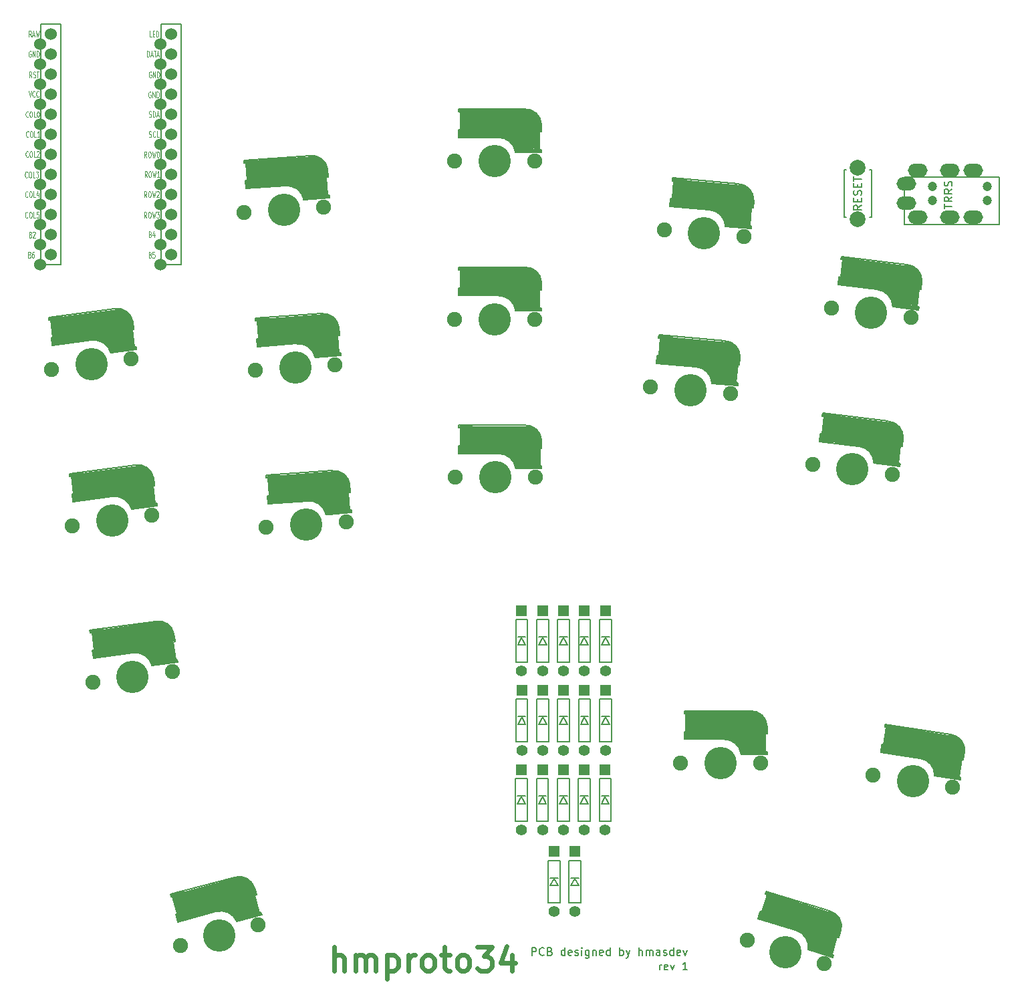
<source format=gbr>
%TF.GenerationSoftware,KiCad,Pcbnew,7.0.7*%
%TF.CreationDate,2024-05-22T00:05:12+09:00*%
%TF.ProjectId,hmproto34,686d7072-6f74-46f3-9334-2e6b69636164,rev?*%
%TF.SameCoordinates,Original*%
%TF.FileFunction,Legend,Top*%
%TF.FilePolarity,Positive*%
%FSLAX46Y46*%
G04 Gerber Fmt 4.6, Leading zero omitted, Abs format (unit mm)*
G04 Created by KiCad (PCBNEW 7.0.7) date 2024-05-22 00:05:12*
%MOMM*%
%LPD*%
G01*
G04 APERTURE LIST*
%ADD10C,0.150000*%
%ADD11C,0.600000*%
%ADD12C,0.125000*%
%ADD13C,0.400000*%
%ADD14C,0.500000*%
%ADD15C,1.000000*%
%ADD16C,3.500000*%
%ADD17C,3.000000*%
%ADD18C,0.800000*%
%ADD19C,0.300000*%
%ADD20C,2.000000*%
%ADD21R,1.397000X1.397000*%
%ADD22C,1.397000*%
%ADD23C,1.900000*%
%ADD24C,4.100000*%
%ADD25C,1.200000*%
%ADD26O,2.500000X1.700000*%
%ADD27C,1.524000*%
G04 APERTURE END LIST*
D10*
X78616779Y-129929819D02*
X78616779Y-128929819D01*
X78616779Y-128929819D02*
X78997731Y-128929819D01*
X78997731Y-128929819D02*
X79092969Y-128977438D01*
X79092969Y-128977438D02*
X79140588Y-129025057D01*
X79140588Y-129025057D02*
X79188207Y-129120295D01*
X79188207Y-129120295D02*
X79188207Y-129263152D01*
X79188207Y-129263152D02*
X79140588Y-129358390D01*
X79140588Y-129358390D02*
X79092969Y-129406009D01*
X79092969Y-129406009D02*
X78997731Y-129453628D01*
X78997731Y-129453628D02*
X78616779Y-129453628D01*
X80188207Y-129834580D02*
X80140588Y-129882200D01*
X80140588Y-129882200D02*
X79997731Y-129929819D01*
X79997731Y-129929819D02*
X79902493Y-129929819D01*
X79902493Y-129929819D02*
X79759636Y-129882200D01*
X79759636Y-129882200D02*
X79664398Y-129786961D01*
X79664398Y-129786961D02*
X79616779Y-129691723D01*
X79616779Y-129691723D02*
X79569160Y-129501247D01*
X79569160Y-129501247D02*
X79569160Y-129358390D01*
X79569160Y-129358390D02*
X79616779Y-129167914D01*
X79616779Y-129167914D02*
X79664398Y-129072676D01*
X79664398Y-129072676D02*
X79759636Y-128977438D01*
X79759636Y-128977438D02*
X79902493Y-128929819D01*
X79902493Y-128929819D02*
X79997731Y-128929819D01*
X79997731Y-128929819D02*
X80140588Y-128977438D01*
X80140588Y-128977438D02*
X80188207Y-129025057D01*
X80950112Y-129406009D02*
X81092969Y-129453628D01*
X81092969Y-129453628D02*
X81140588Y-129501247D01*
X81140588Y-129501247D02*
X81188207Y-129596485D01*
X81188207Y-129596485D02*
X81188207Y-129739342D01*
X81188207Y-129739342D02*
X81140588Y-129834580D01*
X81140588Y-129834580D02*
X81092969Y-129882200D01*
X81092969Y-129882200D02*
X80997731Y-129929819D01*
X80997731Y-129929819D02*
X80616779Y-129929819D01*
X80616779Y-129929819D02*
X80616779Y-128929819D01*
X80616779Y-128929819D02*
X80950112Y-128929819D01*
X80950112Y-128929819D02*
X81045350Y-128977438D01*
X81045350Y-128977438D02*
X81092969Y-129025057D01*
X81092969Y-129025057D02*
X81140588Y-129120295D01*
X81140588Y-129120295D02*
X81140588Y-129215533D01*
X81140588Y-129215533D02*
X81092969Y-129310771D01*
X81092969Y-129310771D02*
X81045350Y-129358390D01*
X81045350Y-129358390D02*
X80950112Y-129406009D01*
X80950112Y-129406009D02*
X80616779Y-129406009D01*
X82807255Y-129929819D02*
X82807255Y-128929819D01*
X82807255Y-129882200D02*
X82712017Y-129929819D01*
X82712017Y-129929819D02*
X82521541Y-129929819D01*
X82521541Y-129929819D02*
X82426303Y-129882200D01*
X82426303Y-129882200D02*
X82378684Y-129834580D01*
X82378684Y-129834580D02*
X82331065Y-129739342D01*
X82331065Y-129739342D02*
X82331065Y-129453628D01*
X82331065Y-129453628D02*
X82378684Y-129358390D01*
X82378684Y-129358390D02*
X82426303Y-129310771D01*
X82426303Y-129310771D02*
X82521541Y-129263152D01*
X82521541Y-129263152D02*
X82712017Y-129263152D01*
X82712017Y-129263152D02*
X82807255Y-129310771D01*
X83664398Y-129882200D02*
X83569160Y-129929819D01*
X83569160Y-129929819D02*
X83378684Y-129929819D01*
X83378684Y-129929819D02*
X83283446Y-129882200D01*
X83283446Y-129882200D02*
X83235827Y-129786961D01*
X83235827Y-129786961D02*
X83235827Y-129406009D01*
X83235827Y-129406009D02*
X83283446Y-129310771D01*
X83283446Y-129310771D02*
X83378684Y-129263152D01*
X83378684Y-129263152D02*
X83569160Y-129263152D01*
X83569160Y-129263152D02*
X83664398Y-129310771D01*
X83664398Y-129310771D02*
X83712017Y-129406009D01*
X83712017Y-129406009D02*
X83712017Y-129501247D01*
X83712017Y-129501247D02*
X83235827Y-129596485D01*
X84092970Y-129882200D02*
X84188208Y-129929819D01*
X84188208Y-129929819D02*
X84378684Y-129929819D01*
X84378684Y-129929819D02*
X84473922Y-129882200D01*
X84473922Y-129882200D02*
X84521541Y-129786961D01*
X84521541Y-129786961D02*
X84521541Y-129739342D01*
X84521541Y-129739342D02*
X84473922Y-129644104D01*
X84473922Y-129644104D02*
X84378684Y-129596485D01*
X84378684Y-129596485D02*
X84235827Y-129596485D01*
X84235827Y-129596485D02*
X84140589Y-129548866D01*
X84140589Y-129548866D02*
X84092970Y-129453628D01*
X84092970Y-129453628D02*
X84092970Y-129406009D01*
X84092970Y-129406009D02*
X84140589Y-129310771D01*
X84140589Y-129310771D02*
X84235827Y-129263152D01*
X84235827Y-129263152D02*
X84378684Y-129263152D01*
X84378684Y-129263152D02*
X84473922Y-129310771D01*
X84950113Y-129929819D02*
X84950113Y-129263152D01*
X84950113Y-128929819D02*
X84902494Y-128977438D01*
X84902494Y-128977438D02*
X84950113Y-129025057D01*
X84950113Y-129025057D02*
X84997732Y-128977438D01*
X84997732Y-128977438D02*
X84950113Y-128929819D01*
X84950113Y-128929819D02*
X84950113Y-129025057D01*
X85854874Y-129263152D02*
X85854874Y-130072676D01*
X85854874Y-130072676D02*
X85807255Y-130167914D01*
X85807255Y-130167914D02*
X85759636Y-130215533D01*
X85759636Y-130215533D02*
X85664398Y-130263152D01*
X85664398Y-130263152D02*
X85521541Y-130263152D01*
X85521541Y-130263152D02*
X85426303Y-130215533D01*
X85854874Y-129882200D02*
X85759636Y-129929819D01*
X85759636Y-129929819D02*
X85569160Y-129929819D01*
X85569160Y-129929819D02*
X85473922Y-129882200D01*
X85473922Y-129882200D02*
X85426303Y-129834580D01*
X85426303Y-129834580D02*
X85378684Y-129739342D01*
X85378684Y-129739342D02*
X85378684Y-129453628D01*
X85378684Y-129453628D02*
X85426303Y-129358390D01*
X85426303Y-129358390D02*
X85473922Y-129310771D01*
X85473922Y-129310771D02*
X85569160Y-129263152D01*
X85569160Y-129263152D02*
X85759636Y-129263152D01*
X85759636Y-129263152D02*
X85854874Y-129310771D01*
X86331065Y-129263152D02*
X86331065Y-129929819D01*
X86331065Y-129358390D02*
X86378684Y-129310771D01*
X86378684Y-129310771D02*
X86473922Y-129263152D01*
X86473922Y-129263152D02*
X86616779Y-129263152D01*
X86616779Y-129263152D02*
X86712017Y-129310771D01*
X86712017Y-129310771D02*
X86759636Y-129406009D01*
X86759636Y-129406009D02*
X86759636Y-129929819D01*
X87616779Y-129882200D02*
X87521541Y-129929819D01*
X87521541Y-129929819D02*
X87331065Y-129929819D01*
X87331065Y-129929819D02*
X87235827Y-129882200D01*
X87235827Y-129882200D02*
X87188208Y-129786961D01*
X87188208Y-129786961D02*
X87188208Y-129406009D01*
X87188208Y-129406009D02*
X87235827Y-129310771D01*
X87235827Y-129310771D02*
X87331065Y-129263152D01*
X87331065Y-129263152D02*
X87521541Y-129263152D01*
X87521541Y-129263152D02*
X87616779Y-129310771D01*
X87616779Y-129310771D02*
X87664398Y-129406009D01*
X87664398Y-129406009D02*
X87664398Y-129501247D01*
X87664398Y-129501247D02*
X87188208Y-129596485D01*
X88521541Y-129929819D02*
X88521541Y-128929819D01*
X88521541Y-129882200D02*
X88426303Y-129929819D01*
X88426303Y-129929819D02*
X88235827Y-129929819D01*
X88235827Y-129929819D02*
X88140589Y-129882200D01*
X88140589Y-129882200D02*
X88092970Y-129834580D01*
X88092970Y-129834580D02*
X88045351Y-129739342D01*
X88045351Y-129739342D02*
X88045351Y-129453628D01*
X88045351Y-129453628D02*
X88092970Y-129358390D01*
X88092970Y-129358390D02*
X88140589Y-129310771D01*
X88140589Y-129310771D02*
X88235827Y-129263152D01*
X88235827Y-129263152D02*
X88426303Y-129263152D01*
X88426303Y-129263152D02*
X88521541Y-129310771D01*
X89759637Y-129929819D02*
X89759637Y-128929819D01*
X89759637Y-129310771D02*
X89854875Y-129263152D01*
X89854875Y-129263152D02*
X90045351Y-129263152D01*
X90045351Y-129263152D02*
X90140589Y-129310771D01*
X90140589Y-129310771D02*
X90188208Y-129358390D01*
X90188208Y-129358390D02*
X90235827Y-129453628D01*
X90235827Y-129453628D02*
X90235827Y-129739342D01*
X90235827Y-129739342D02*
X90188208Y-129834580D01*
X90188208Y-129834580D02*
X90140589Y-129882200D01*
X90140589Y-129882200D02*
X90045351Y-129929819D01*
X90045351Y-129929819D02*
X89854875Y-129929819D01*
X89854875Y-129929819D02*
X89759637Y-129882200D01*
X90569161Y-129263152D02*
X90807256Y-129929819D01*
X91045351Y-129263152D02*
X90807256Y-129929819D01*
X90807256Y-129929819D02*
X90712018Y-130167914D01*
X90712018Y-130167914D02*
X90664399Y-130215533D01*
X90664399Y-130215533D02*
X90569161Y-130263152D01*
X92188209Y-129929819D02*
X92188209Y-128929819D01*
X92616780Y-129929819D02*
X92616780Y-129406009D01*
X92616780Y-129406009D02*
X92569161Y-129310771D01*
X92569161Y-129310771D02*
X92473923Y-129263152D01*
X92473923Y-129263152D02*
X92331066Y-129263152D01*
X92331066Y-129263152D02*
X92235828Y-129310771D01*
X92235828Y-129310771D02*
X92188209Y-129358390D01*
X93092971Y-129929819D02*
X93092971Y-129263152D01*
X93092971Y-129358390D02*
X93140590Y-129310771D01*
X93140590Y-129310771D02*
X93235828Y-129263152D01*
X93235828Y-129263152D02*
X93378685Y-129263152D01*
X93378685Y-129263152D02*
X93473923Y-129310771D01*
X93473923Y-129310771D02*
X93521542Y-129406009D01*
X93521542Y-129406009D02*
X93521542Y-129929819D01*
X93521542Y-129406009D02*
X93569161Y-129310771D01*
X93569161Y-129310771D02*
X93664399Y-129263152D01*
X93664399Y-129263152D02*
X93807256Y-129263152D01*
X93807256Y-129263152D02*
X93902495Y-129310771D01*
X93902495Y-129310771D02*
X93950114Y-129406009D01*
X93950114Y-129406009D02*
X93950114Y-129929819D01*
X94854875Y-129929819D02*
X94854875Y-129406009D01*
X94854875Y-129406009D02*
X94807256Y-129310771D01*
X94807256Y-129310771D02*
X94712018Y-129263152D01*
X94712018Y-129263152D02*
X94521542Y-129263152D01*
X94521542Y-129263152D02*
X94426304Y-129310771D01*
X94854875Y-129882200D02*
X94759637Y-129929819D01*
X94759637Y-129929819D02*
X94521542Y-129929819D01*
X94521542Y-129929819D02*
X94426304Y-129882200D01*
X94426304Y-129882200D02*
X94378685Y-129786961D01*
X94378685Y-129786961D02*
X94378685Y-129691723D01*
X94378685Y-129691723D02*
X94426304Y-129596485D01*
X94426304Y-129596485D02*
X94521542Y-129548866D01*
X94521542Y-129548866D02*
X94759637Y-129548866D01*
X94759637Y-129548866D02*
X94854875Y-129501247D01*
X95283447Y-129882200D02*
X95378685Y-129929819D01*
X95378685Y-129929819D02*
X95569161Y-129929819D01*
X95569161Y-129929819D02*
X95664399Y-129882200D01*
X95664399Y-129882200D02*
X95712018Y-129786961D01*
X95712018Y-129786961D02*
X95712018Y-129739342D01*
X95712018Y-129739342D02*
X95664399Y-129644104D01*
X95664399Y-129644104D02*
X95569161Y-129596485D01*
X95569161Y-129596485D02*
X95426304Y-129596485D01*
X95426304Y-129596485D02*
X95331066Y-129548866D01*
X95331066Y-129548866D02*
X95283447Y-129453628D01*
X95283447Y-129453628D02*
X95283447Y-129406009D01*
X95283447Y-129406009D02*
X95331066Y-129310771D01*
X95331066Y-129310771D02*
X95426304Y-129263152D01*
X95426304Y-129263152D02*
X95569161Y-129263152D01*
X95569161Y-129263152D02*
X95664399Y-129310771D01*
X96569161Y-129929819D02*
X96569161Y-128929819D01*
X96569161Y-129882200D02*
X96473923Y-129929819D01*
X96473923Y-129929819D02*
X96283447Y-129929819D01*
X96283447Y-129929819D02*
X96188209Y-129882200D01*
X96188209Y-129882200D02*
X96140590Y-129834580D01*
X96140590Y-129834580D02*
X96092971Y-129739342D01*
X96092971Y-129739342D02*
X96092971Y-129453628D01*
X96092971Y-129453628D02*
X96140590Y-129358390D01*
X96140590Y-129358390D02*
X96188209Y-129310771D01*
X96188209Y-129310771D02*
X96283447Y-129263152D01*
X96283447Y-129263152D02*
X96473923Y-129263152D01*
X96473923Y-129263152D02*
X96569161Y-129310771D01*
X97426304Y-129882200D02*
X97331066Y-129929819D01*
X97331066Y-129929819D02*
X97140590Y-129929819D01*
X97140590Y-129929819D02*
X97045352Y-129882200D01*
X97045352Y-129882200D02*
X96997733Y-129786961D01*
X96997733Y-129786961D02*
X96997733Y-129406009D01*
X96997733Y-129406009D02*
X97045352Y-129310771D01*
X97045352Y-129310771D02*
X97140590Y-129263152D01*
X97140590Y-129263152D02*
X97331066Y-129263152D01*
X97331066Y-129263152D02*
X97426304Y-129310771D01*
X97426304Y-129310771D02*
X97473923Y-129406009D01*
X97473923Y-129406009D02*
X97473923Y-129501247D01*
X97473923Y-129501247D02*
X96997733Y-129596485D01*
X97807257Y-129263152D02*
X98045352Y-129929819D01*
X98045352Y-129929819D02*
X98283447Y-129263152D01*
X94796779Y-131769819D02*
X94796779Y-131103152D01*
X94796779Y-131293628D02*
X94844398Y-131198390D01*
X94844398Y-131198390D02*
X94892017Y-131150771D01*
X94892017Y-131150771D02*
X94987255Y-131103152D01*
X94987255Y-131103152D02*
X95082493Y-131103152D01*
X95796779Y-131722200D02*
X95701541Y-131769819D01*
X95701541Y-131769819D02*
X95511065Y-131769819D01*
X95511065Y-131769819D02*
X95415827Y-131722200D01*
X95415827Y-131722200D02*
X95368208Y-131626961D01*
X95368208Y-131626961D02*
X95368208Y-131246009D01*
X95368208Y-131246009D02*
X95415827Y-131150771D01*
X95415827Y-131150771D02*
X95511065Y-131103152D01*
X95511065Y-131103152D02*
X95701541Y-131103152D01*
X95701541Y-131103152D02*
X95796779Y-131150771D01*
X95796779Y-131150771D02*
X95844398Y-131246009D01*
X95844398Y-131246009D02*
X95844398Y-131341247D01*
X95844398Y-131341247D02*
X95368208Y-131436485D01*
X96177732Y-131103152D02*
X96415827Y-131769819D01*
X96415827Y-131769819D02*
X96653922Y-131103152D01*
X98320589Y-131769819D02*
X97749161Y-131769819D01*
X98034875Y-131769819D02*
X98034875Y-130769819D01*
X98034875Y-130769819D02*
X97939637Y-130912676D01*
X97939637Y-130912676D02*
X97844399Y-131007914D01*
X97844399Y-131007914D02*
X97749161Y-131055533D01*
D11*
X53549021Y-131881657D02*
X53549021Y-128881657D01*
X54834736Y-131881657D02*
X54834736Y-130310228D01*
X54834736Y-130310228D02*
X54691878Y-130024514D01*
X54691878Y-130024514D02*
X54406164Y-129881657D01*
X54406164Y-129881657D02*
X53977593Y-129881657D01*
X53977593Y-129881657D02*
X53691878Y-130024514D01*
X53691878Y-130024514D02*
X53549021Y-130167371D01*
X56263307Y-131881657D02*
X56263307Y-129881657D01*
X56263307Y-130167371D02*
X56406164Y-130024514D01*
X56406164Y-130024514D02*
X56691879Y-129881657D01*
X56691879Y-129881657D02*
X57120450Y-129881657D01*
X57120450Y-129881657D02*
X57406164Y-130024514D01*
X57406164Y-130024514D02*
X57549022Y-130310228D01*
X57549022Y-130310228D02*
X57549022Y-131881657D01*
X57549022Y-130310228D02*
X57691879Y-130024514D01*
X57691879Y-130024514D02*
X57977593Y-129881657D01*
X57977593Y-129881657D02*
X58406164Y-129881657D01*
X58406164Y-129881657D02*
X58691879Y-130024514D01*
X58691879Y-130024514D02*
X58834736Y-130310228D01*
X58834736Y-130310228D02*
X58834736Y-131881657D01*
X60263307Y-129881657D02*
X60263307Y-132881657D01*
X60263307Y-130024514D02*
X60549022Y-129881657D01*
X60549022Y-129881657D02*
X61120450Y-129881657D01*
X61120450Y-129881657D02*
X61406164Y-130024514D01*
X61406164Y-130024514D02*
X61549022Y-130167371D01*
X61549022Y-130167371D02*
X61691879Y-130453085D01*
X61691879Y-130453085D02*
X61691879Y-131310228D01*
X61691879Y-131310228D02*
X61549022Y-131595942D01*
X61549022Y-131595942D02*
X61406164Y-131738800D01*
X61406164Y-131738800D02*
X61120450Y-131881657D01*
X61120450Y-131881657D02*
X60549022Y-131881657D01*
X60549022Y-131881657D02*
X60263307Y-131738800D01*
X62977593Y-131881657D02*
X62977593Y-129881657D01*
X62977593Y-130453085D02*
X63120450Y-130167371D01*
X63120450Y-130167371D02*
X63263308Y-130024514D01*
X63263308Y-130024514D02*
X63549022Y-129881657D01*
X63549022Y-129881657D02*
X63834736Y-129881657D01*
X65263308Y-131881657D02*
X64977593Y-131738800D01*
X64977593Y-131738800D02*
X64834736Y-131595942D01*
X64834736Y-131595942D02*
X64691879Y-131310228D01*
X64691879Y-131310228D02*
X64691879Y-130453085D01*
X64691879Y-130453085D02*
X64834736Y-130167371D01*
X64834736Y-130167371D02*
X64977593Y-130024514D01*
X64977593Y-130024514D02*
X65263308Y-129881657D01*
X65263308Y-129881657D02*
X65691879Y-129881657D01*
X65691879Y-129881657D02*
X65977593Y-130024514D01*
X65977593Y-130024514D02*
X66120451Y-130167371D01*
X66120451Y-130167371D02*
X66263308Y-130453085D01*
X66263308Y-130453085D02*
X66263308Y-131310228D01*
X66263308Y-131310228D02*
X66120451Y-131595942D01*
X66120451Y-131595942D02*
X65977593Y-131738800D01*
X65977593Y-131738800D02*
X65691879Y-131881657D01*
X65691879Y-131881657D02*
X65263308Y-131881657D01*
X67120451Y-129881657D02*
X68263308Y-129881657D01*
X67549022Y-128881657D02*
X67549022Y-131453085D01*
X67549022Y-131453085D02*
X67691879Y-131738800D01*
X67691879Y-131738800D02*
X67977594Y-131881657D01*
X67977594Y-131881657D02*
X68263308Y-131881657D01*
X69691880Y-131881657D02*
X69406165Y-131738800D01*
X69406165Y-131738800D02*
X69263308Y-131595942D01*
X69263308Y-131595942D02*
X69120451Y-131310228D01*
X69120451Y-131310228D02*
X69120451Y-130453085D01*
X69120451Y-130453085D02*
X69263308Y-130167371D01*
X69263308Y-130167371D02*
X69406165Y-130024514D01*
X69406165Y-130024514D02*
X69691880Y-129881657D01*
X69691880Y-129881657D02*
X70120451Y-129881657D01*
X70120451Y-129881657D02*
X70406165Y-130024514D01*
X70406165Y-130024514D02*
X70549023Y-130167371D01*
X70549023Y-130167371D02*
X70691880Y-130453085D01*
X70691880Y-130453085D02*
X70691880Y-131310228D01*
X70691880Y-131310228D02*
X70549023Y-131595942D01*
X70549023Y-131595942D02*
X70406165Y-131738800D01*
X70406165Y-131738800D02*
X70120451Y-131881657D01*
X70120451Y-131881657D02*
X69691880Y-131881657D01*
X71691880Y-128881657D02*
X73549023Y-128881657D01*
X73549023Y-128881657D02*
X72549023Y-130024514D01*
X72549023Y-130024514D02*
X72977594Y-130024514D01*
X72977594Y-130024514D02*
X73263309Y-130167371D01*
X73263309Y-130167371D02*
X73406166Y-130310228D01*
X73406166Y-130310228D02*
X73549023Y-130595942D01*
X73549023Y-130595942D02*
X73549023Y-131310228D01*
X73549023Y-131310228D02*
X73406166Y-131595942D01*
X73406166Y-131595942D02*
X73263309Y-131738800D01*
X73263309Y-131738800D02*
X72977594Y-131881657D01*
X72977594Y-131881657D02*
X72120451Y-131881657D01*
X72120451Y-131881657D02*
X71834737Y-131738800D01*
X71834737Y-131738800D02*
X71691880Y-131595942D01*
X76120452Y-129881657D02*
X76120452Y-131881657D01*
X75406166Y-128738800D02*
X74691880Y-130881657D01*
X74691880Y-130881657D02*
X76549023Y-130881657D01*
D10*
X120364819Y-34867381D02*
X119888628Y-35200714D01*
X120364819Y-35438809D02*
X119364819Y-35438809D01*
X119364819Y-35438809D02*
X119364819Y-35057857D01*
X119364819Y-35057857D02*
X119412438Y-34962619D01*
X119412438Y-34962619D02*
X119460057Y-34915000D01*
X119460057Y-34915000D02*
X119555295Y-34867381D01*
X119555295Y-34867381D02*
X119698152Y-34867381D01*
X119698152Y-34867381D02*
X119793390Y-34915000D01*
X119793390Y-34915000D02*
X119841009Y-34962619D01*
X119841009Y-34962619D02*
X119888628Y-35057857D01*
X119888628Y-35057857D02*
X119888628Y-35438809D01*
X119841009Y-34438809D02*
X119841009Y-34105476D01*
X120364819Y-33962619D02*
X120364819Y-34438809D01*
X120364819Y-34438809D02*
X119364819Y-34438809D01*
X119364819Y-34438809D02*
X119364819Y-33962619D01*
X120317200Y-33581666D02*
X120364819Y-33438809D01*
X120364819Y-33438809D02*
X120364819Y-33200714D01*
X120364819Y-33200714D02*
X120317200Y-33105476D01*
X120317200Y-33105476D02*
X120269580Y-33057857D01*
X120269580Y-33057857D02*
X120174342Y-33010238D01*
X120174342Y-33010238D02*
X120079104Y-33010238D01*
X120079104Y-33010238D02*
X119983866Y-33057857D01*
X119983866Y-33057857D02*
X119936247Y-33105476D01*
X119936247Y-33105476D02*
X119888628Y-33200714D01*
X119888628Y-33200714D02*
X119841009Y-33391190D01*
X119841009Y-33391190D02*
X119793390Y-33486428D01*
X119793390Y-33486428D02*
X119745771Y-33534047D01*
X119745771Y-33534047D02*
X119650533Y-33581666D01*
X119650533Y-33581666D02*
X119555295Y-33581666D01*
X119555295Y-33581666D02*
X119460057Y-33534047D01*
X119460057Y-33534047D02*
X119412438Y-33486428D01*
X119412438Y-33486428D02*
X119364819Y-33391190D01*
X119364819Y-33391190D02*
X119364819Y-33153095D01*
X119364819Y-33153095D02*
X119412438Y-33010238D01*
X119841009Y-32581666D02*
X119841009Y-32248333D01*
X120364819Y-32105476D02*
X120364819Y-32581666D01*
X120364819Y-32581666D02*
X119364819Y-32581666D01*
X119364819Y-32581666D02*
X119364819Y-32105476D01*
X119364819Y-31819761D02*
X119364819Y-31248333D01*
X120364819Y-31534047D02*
X119364819Y-31534047D01*
X130844819Y-35301904D02*
X130844819Y-34730476D01*
X131844819Y-35016190D02*
X130844819Y-35016190D01*
X131844819Y-33825714D02*
X131368628Y-34159047D01*
X131844819Y-34397142D02*
X130844819Y-34397142D01*
X130844819Y-34397142D02*
X130844819Y-34016190D01*
X130844819Y-34016190D02*
X130892438Y-33920952D01*
X130892438Y-33920952D02*
X130940057Y-33873333D01*
X130940057Y-33873333D02*
X131035295Y-33825714D01*
X131035295Y-33825714D02*
X131178152Y-33825714D01*
X131178152Y-33825714D02*
X131273390Y-33873333D01*
X131273390Y-33873333D02*
X131321009Y-33920952D01*
X131321009Y-33920952D02*
X131368628Y-34016190D01*
X131368628Y-34016190D02*
X131368628Y-34397142D01*
X131844819Y-32825714D02*
X131368628Y-33159047D01*
X131844819Y-33397142D02*
X130844819Y-33397142D01*
X130844819Y-33397142D02*
X130844819Y-33016190D01*
X130844819Y-33016190D02*
X130892438Y-32920952D01*
X130892438Y-32920952D02*
X130940057Y-32873333D01*
X130940057Y-32873333D02*
X131035295Y-32825714D01*
X131035295Y-32825714D02*
X131178152Y-32825714D01*
X131178152Y-32825714D02*
X131273390Y-32873333D01*
X131273390Y-32873333D02*
X131321009Y-32920952D01*
X131321009Y-32920952D02*
X131368628Y-33016190D01*
X131368628Y-33016190D02*
X131368628Y-33397142D01*
X131797200Y-32444761D02*
X131844819Y-32301904D01*
X131844819Y-32301904D02*
X131844819Y-32063809D01*
X131844819Y-32063809D02*
X131797200Y-31968571D01*
X131797200Y-31968571D02*
X131749580Y-31920952D01*
X131749580Y-31920952D02*
X131654342Y-31873333D01*
X131654342Y-31873333D02*
X131559104Y-31873333D01*
X131559104Y-31873333D02*
X131463866Y-31920952D01*
X131463866Y-31920952D02*
X131416247Y-31968571D01*
X131416247Y-31968571D02*
X131368628Y-32063809D01*
X131368628Y-32063809D02*
X131321009Y-32254285D01*
X131321009Y-32254285D02*
X131273390Y-32349523D01*
X131273390Y-32349523D02*
X131225771Y-32397142D01*
X131225771Y-32397142D02*
X131130533Y-32444761D01*
X131130533Y-32444761D02*
X131035295Y-32444761D01*
X131035295Y-32444761D02*
X130940057Y-32397142D01*
X130940057Y-32397142D02*
X130892438Y-32349523D01*
X130892438Y-32349523D02*
X130844819Y-32254285D01*
X130844819Y-32254285D02*
X130844819Y-32016190D01*
X130844819Y-32016190D02*
X130892438Y-31873333D01*
D12*
X29829047Y-36473964D02*
X29662381Y-36116821D01*
X29543333Y-36473964D02*
X29543333Y-35723964D01*
X29543333Y-35723964D02*
X29733809Y-35723964D01*
X29733809Y-35723964D02*
X29781428Y-35759678D01*
X29781428Y-35759678D02*
X29805238Y-35795392D01*
X29805238Y-35795392D02*
X29829047Y-35866821D01*
X29829047Y-35866821D02*
X29829047Y-35973964D01*
X29829047Y-35973964D02*
X29805238Y-36045392D01*
X29805238Y-36045392D02*
X29781428Y-36081107D01*
X29781428Y-36081107D02*
X29733809Y-36116821D01*
X29733809Y-36116821D02*
X29543333Y-36116821D01*
X30138571Y-35723964D02*
X30233809Y-35723964D01*
X30233809Y-35723964D02*
X30281428Y-35759678D01*
X30281428Y-35759678D02*
X30329047Y-35831107D01*
X30329047Y-35831107D02*
X30352857Y-35973964D01*
X30352857Y-35973964D02*
X30352857Y-36223964D01*
X30352857Y-36223964D02*
X30329047Y-36366821D01*
X30329047Y-36366821D02*
X30281428Y-36438250D01*
X30281428Y-36438250D02*
X30233809Y-36473964D01*
X30233809Y-36473964D02*
X30138571Y-36473964D01*
X30138571Y-36473964D02*
X30090952Y-36438250D01*
X30090952Y-36438250D02*
X30043333Y-36366821D01*
X30043333Y-36366821D02*
X30019524Y-36223964D01*
X30019524Y-36223964D02*
X30019524Y-35973964D01*
X30019524Y-35973964D02*
X30043333Y-35831107D01*
X30043333Y-35831107D02*
X30090952Y-35759678D01*
X30090952Y-35759678D02*
X30138571Y-35723964D01*
X30519524Y-35723964D02*
X30638572Y-36473964D01*
X30638572Y-36473964D02*
X30733810Y-35938250D01*
X30733810Y-35938250D02*
X30829048Y-36473964D01*
X30829048Y-36473964D02*
X30948096Y-35723964D01*
X31090953Y-35723964D02*
X31400477Y-35723964D01*
X31400477Y-35723964D02*
X31233810Y-36009678D01*
X31233810Y-36009678D02*
X31305239Y-36009678D01*
X31305239Y-36009678D02*
X31352858Y-36045392D01*
X31352858Y-36045392D02*
X31376667Y-36081107D01*
X31376667Y-36081107D02*
X31400477Y-36152535D01*
X31400477Y-36152535D02*
X31400477Y-36331107D01*
X31400477Y-36331107D02*
X31376667Y-36402535D01*
X31376667Y-36402535D02*
X31352858Y-36438250D01*
X31352858Y-36438250D02*
X31305239Y-36473964D01*
X31305239Y-36473964D02*
X31162382Y-36473964D01*
X31162382Y-36473964D02*
X31114763Y-36438250D01*
X31114763Y-36438250D02*
X31090953Y-36402535D01*
X14812380Y-28719035D02*
X14788571Y-28754750D01*
X14788571Y-28754750D02*
X14717142Y-28790464D01*
X14717142Y-28790464D02*
X14669523Y-28790464D01*
X14669523Y-28790464D02*
X14598095Y-28754750D01*
X14598095Y-28754750D02*
X14550476Y-28683321D01*
X14550476Y-28683321D02*
X14526666Y-28611892D01*
X14526666Y-28611892D02*
X14502857Y-28469035D01*
X14502857Y-28469035D02*
X14502857Y-28361892D01*
X14502857Y-28361892D02*
X14526666Y-28219035D01*
X14526666Y-28219035D02*
X14550476Y-28147607D01*
X14550476Y-28147607D02*
X14598095Y-28076178D01*
X14598095Y-28076178D02*
X14669523Y-28040464D01*
X14669523Y-28040464D02*
X14717142Y-28040464D01*
X14717142Y-28040464D02*
X14788571Y-28076178D01*
X14788571Y-28076178D02*
X14812380Y-28111892D01*
X15121904Y-28040464D02*
X15217142Y-28040464D01*
X15217142Y-28040464D02*
X15264761Y-28076178D01*
X15264761Y-28076178D02*
X15312380Y-28147607D01*
X15312380Y-28147607D02*
X15336190Y-28290464D01*
X15336190Y-28290464D02*
X15336190Y-28540464D01*
X15336190Y-28540464D02*
X15312380Y-28683321D01*
X15312380Y-28683321D02*
X15264761Y-28754750D01*
X15264761Y-28754750D02*
X15217142Y-28790464D01*
X15217142Y-28790464D02*
X15121904Y-28790464D01*
X15121904Y-28790464D02*
X15074285Y-28754750D01*
X15074285Y-28754750D02*
X15026666Y-28683321D01*
X15026666Y-28683321D02*
X15002857Y-28540464D01*
X15002857Y-28540464D02*
X15002857Y-28290464D01*
X15002857Y-28290464D02*
X15026666Y-28147607D01*
X15026666Y-28147607D02*
X15074285Y-28076178D01*
X15074285Y-28076178D02*
X15121904Y-28040464D01*
X15788571Y-28790464D02*
X15550476Y-28790464D01*
X15550476Y-28790464D02*
X15550476Y-28040464D01*
X15931429Y-28111892D02*
X15955238Y-28076178D01*
X15955238Y-28076178D02*
X16002857Y-28040464D01*
X16002857Y-28040464D02*
X16121905Y-28040464D01*
X16121905Y-28040464D02*
X16169524Y-28076178D01*
X16169524Y-28076178D02*
X16193333Y-28111892D01*
X16193333Y-28111892D02*
X16217143Y-28183321D01*
X16217143Y-28183321D02*
X16217143Y-28254750D01*
X16217143Y-28254750D02*
X16193333Y-28361892D01*
X16193333Y-28361892D02*
X15907619Y-28790464D01*
X15907619Y-28790464D02*
X16217143Y-28790464D01*
X30257619Y-41161107D02*
X30329047Y-41196821D01*
X30329047Y-41196821D02*
X30352857Y-41232535D01*
X30352857Y-41232535D02*
X30376666Y-41303964D01*
X30376666Y-41303964D02*
X30376666Y-41411107D01*
X30376666Y-41411107D02*
X30352857Y-41482535D01*
X30352857Y-41482535D02*
X30329047Y-41518250D01*
X30329047Y-41518250D02*
X30281428Y-41553964D01*
X30281428Y-41553964D02*
X30090952Y-41553964D01*
X30090952Y-41553964D02*
X30090952Y-40803964D01*
X30090952Y-40803964D02*
X30257619Y-40803964D01*
X30257619Y-40803964D02*
X30305238Y-40839678D01*
X30305238Y-40839678D02*
X30329047Y-40875392D01*
X30329047Y-40875392D02*
X30352857Y-40946821D01*
X30352857Y-40946821D02*
X30352857Y-41018250D01*
X30352857Y-41018250D02*
X30329047Y-41089678D01*
X30329047Y-41089678D02*
X30305238Y-41125392D01*
X30305238Y-41125392D02*
X30257619Y-41161107D01*
X30257619Y-41161107D02*
X30090952Y-41161107D01*
X30829047Y-40803964D02*
X30590952Y-40803964D01*
X30590952Y-40803964D02*
X30567143Y-41161107D01*
X30567143Y-41161107D02*
X30590952Y-41125392D01*
X30590952Y-41125392D02*
X30638571Y-41089678D01*
X30638571Y-41089678D02*
X30757619Y-41089678D01*
X30757619Y-41089678D02*
X30805238Y-41125392D01*
X30805238Y-41125392D02*
X30829047Y-41161107D01*
X30829047Y-41161107D02*
X30852857Y-41232535D01*
X30852857Y-41232535D02*
X30852857Y-41411107D01*
X30852857Y-41411107D02*
X30829047Y-41482535D01*
X30829047Y-41482535D02*
X30805238Y-41518250D01*
X30805238Y-41518250D02*
X30757619Y-41553964D01*
X30757619Y-41553964D02*
X30638571Y-41553964D01*
X30638571Y-41553964D02*
X30590952Y-41518250D01*
X30590952Y-41518250D02*
X30567143Y-41482535D01*
X30113858Y-23674750D02*
X30185286Y-23710464D01*
X30185286Y-23710464D02*
X30304334Y-23710464D01*
X30304334Y-23710464D02*
X30351953Y-23674750D01*
X30351953Y-23674750D02*
X30375762Y-23639035D01*
X30375762Y-23639035D02*
X30399572Y-23567607D01*
X30399572Y-23567607D02*
X30399572Y-23496178D01*
X30399572Y-23496178D02*
X30375762Y-23424750D01*
X30375762Y-23424750D02*
X30351953Y-23389035D01*
X30351953Y-23389035D02*
X30304334Y-23353321D01*
X30304334Y-23353321D02*
X30209096Y-23317607D01*
X30209096Y-23317607D02*
X30161477Y-23281892D01*
X30161477Y-23281892D02*
X30137667Y-23246178D01*
X30137667Y-23246178D02*
X30113858Y-23174750D01*
X30113858Y-23174750D02*
X30113858Y-23103321D01*
X30113858Y-23103321D02*
X30137667Y-23031892D01*
X30137667Y-23031892D02*
X30161477Y-22996178D01*
X30161477Y-22996178D02*
X30209096Y-22960464D01*
X30209096Y-22960464D02*
X30328143Y-22960464D01*
X30328143Y-22960464D02*
X30399572Y-22996178D01*
X30613857Y-23710464D02*
X30613857Y-22960464D01*
X30613857Y-22960464D02*
X30732905Y-22960464D01*
X30732905Y-22960464D02*
X30804333Y-22996178D01*
X30804333Y-22996178D02*
X30851952Y-23067607D01*
X30851952Y-23067607D02*
X30875762Y-23139035D01*
X30875762Y-23139035D02*
X30899571Y-23281892D01*
X30899571Y-23281892D02*
X30899571Y-23389035D01*
X30899571Y-23389035D02*
X30875762Y-23531892D01*
X30875762Y-23531892D02*
X30851952Y-23603321D01*
X30851952Y-23603321D02*
X30804333Y-23674750D01*
X30804333Y-23674750D02*
X30732905Y-23710464D01*
X30732905Y-23710464D02*
X30613857Y-23710464D01*
X31090048Y-23496178D02*
X31328143Y-23496178D01*
X31042429Y-23710464D02*
X31209095Y-22960464D01*
X31209095Y-22960464D02*
X31375762Y-23710464D01*
X14712380Y-31307035D02*
X14688571Y-31342750D01*
X14688571Y-31342750D02*
X14617142Y-31378464D01*
X14617142Y-31378464D02*
X14569523Y-31378464D01*
X14569523Y-31378464D02*
X14498095Y-31342750D01*
X14498095Y-31342750D02*
X14450476Y-31271321D01*
X14450476Y-31271321D02*
X14426666Y-31199892D01*
X14426666Y-31199892D02*
X14402857Y-31057035D01*
X14402857Y-31057035D02*
X14402857Y-30949892D01*
X14402857Y-30949892D02*
X14426666Y-30807035D01*
X14426666Y-30807035D02*
X14450476Y-30735607D01*
X14450476Y-30735607D02*
X14498095Y-30664178D01*
X14498095Y-30664178D02*
X14569523Y-30628464D01*
X14569523Y-30628464D02*
X14617142Y-30628464D01*
X14617142Y-30628464D02*
X14688571Y-30664178D01*
X14688571Y-30664178D02*
X14712380Y-30699892D01*
X15021904Y-30628464D02*
X15117142Y-30628464D01*
X15117142Y-30628464D02*
X15164761Y-30664178D01*
X15164761Y-30664178D02*
X15212380Y-30735607D01*
X15212380Y-30735607D02*
X15236190Y-30878464D01*
X15236190Y-30878464D02*
X15236190Y-31128464D01*
X15236190Y-31128464D02*
X15212380Y-31271321D01*
X15212380Y-31271321D02*
X15164761Y-31342750D01*
X15164761Y-31342750D02*
X15117142Y-31378464D01*
X15117142Y-31378464D02*
X15021904Y-31378464D01*
X15021904Y-31378464D02*
X14974285Y-31342750D01*
X14974285Y-31342750D02*
X14926666Y-31271321D01*
X14926666Y-31271321D02*
X14902857Y-31128464D01*
X14902857Y-31128464D02*
X14902857Y-30878464D01*
X14902857Y-30878464D02*
X14926666Y-30735607D01*
X14926666Y-30735607D02*
X14974285Y-30664178D01*
X14974285Y-30664178D02*
X15021904Y-30628464D01*
X15688571Y-31378464D02*
X15450476Y-31378464D01*
X15450476Y-31378464D02*
X15450476Y-30628464D01*
X15807619Y-30628464D02*
X16117143Y-30628464D01*
X16117143Y-30628464D02*
X15950476Y-30914178D01*
X15950476Y-30914178D02*
X16021905Y-30914178D01*
X16021905Y-30914178D02*
X16069524Y-30949892D01*
X16069524Y-30949892D02*
X16093333Y-30985607D01*
X16093333Y-30985607D02*
X16117143Y-31057035D01*
X16117143Y-31057035D02*
X16117143Y-31235607D01*
X16117143Y-31235607D02*
X16093333Y-31307035D01*
X16093333Y-31307035D02*
X16069524Y-31342750D01*
X16069524Y-31342750D02*
X16021905Y-31378464D01*
X16021905Y-31378464D02*
X15879048Y-31378464D01*
X15879048Y-31378464D02*
X15831429Y-31342750D01*
X15831429Y-31342750D02*
X15807619Y-31307035D01*
X29879047Y-31330464D02*
X29712381Y-30973321D01*
X29593333Y-31330464D02*
X29593333Y-30580464D01*
X29593333Y-30580464D02*
X29783809Y-30580464D01*
X29783809Y-30580464D02*
X29831428Y-30616178D01*
X29831428Y-30616178D02*
X29855238Y-30651892D01*
X29855238Y-30651892D02*
X29879047Y-30723321D01*
X29879047Y-30723321D02*
X29879047Y-30830464D01*
X29879047Y-30830464D02*
X29855238Y-30901892D01*
X29855238Y-30901892D02*
X29831428Y-30937607D01*
X29831428Y-30937607D02*
X29783809Y-30973321D01*
X29783809Y-30973321D02*
X29593333Y-30973321D01*
X30188571Y-30580464D02*
X30283809Y-30580464D01*
X30283809Y-30580464D02*
X30331428Y-30616178D01*
X30331428Y-30616178D02*
X30379047Y-30687607D01*
X30379047Y-30687607D02*
X30402857Y-30830464D01*
X30402857Y-30830464D02*
X30402857Y-31080464D01*
X30402857Y-31080464D02*
X30379047Y-31223321D01*
X30379047Y-31223321D02*
X30331428Y-31294750D01*
X30331428Y-31294750D02*
X30283809Y-31330464D01*
X30283809Y-31330464D02*
X30188571Y-31330464D01*
X30188571Y-31330464D02*
X30140952Y-31294750D01*
X30140952Y-31294750D02*
X30093333Y-31223321D01*
X30093333Y-31223321D02*
X30069524Y-31080464D01*
X30069524Y-31080464D02*
X30069524Y-30830464D01*
X30069524Y-30830464D02*
X30093333Y-30687607D01*
X30093333Y-30687607D02*
X30140952Y-30616178D01*
X30140952Y-30616178D02*
X30188571Y-30580464D01*
X30569524Y-30580464D02*
X30688572Y-31330464D01*
X30688572Y-31330464D02*
X30783810Y-30794750D01*
X30783810Y-30794750D02*
X30879048Y-31330464D01*
X30879048Y-31330464D02*
X30998096Y-30580464D01*
X31450477Y-31330464D02*
X31164763Y-31330464D01*
X31307620Y-31330464D02*
X31307620Y-30580464D01*
X31307620Y-30580464D02*
X31260001Y-30687607D01*
X31260001Y-30687607D02*
X31212382Y-30759035D01*
X31212382Y-30759035D02*
X31164763Y-30794750D01*
X14862380Y-26179035D02*
X14838571Y-26214750D01*
X14838571Y-26214750D02*
X14767142Y-26250464D01*
X14767142Y-26250464D02*
X14719523Y-26250464D01*
X14719523Y-26250464D02*
X14648095Y-26214750D01*
X14648095Y-26214750D02*
X14600476Y-26143321D01*
X14600476Y-26143321D02*
X14576666Y-26071892D01*
X14576666Y-26071892D02*
X14552857Y-25929035D01*
X14552857Y-25929035D02*
X14552857Y-25821892D01*
X14552857Y-25821892D02*
X14576666Y-25679035D01*
X14576666Y-25679035D02*
X14600476Y-25607607D01*
X14600476Y-25607607D02*
X14648095Y-25536178D01*
X14648095Y-25536178D02*
X14719523Y-25500464D01*
X14719523Y-25500464D02*
X14767142Y-25500464D01*
X14767142Y-25500464D02*
X14838571Y-25536178D01*
X14838571Y-25536178D02*
X14862380Y-25571892D01*
X15171904Y-25500464D02*
X15267142Y-25500464D01*
X15267142Y-25500464D02*
X15314761Y-25536178D01*
X15314761Y-25536178D02*
X15362380Y-25607607D01*
X15362380Y-25607607D02*
X15386190Y-25750464D01*
X15386190Y-25750464D02*
X15386190Y-26000464D01*
X15386190Y-26000464D02*
X15362380Y-26143321D01*
X15362380Y-26143321D02*
X15314761Y-26214750D01*
X15314761Y-26214750D02*
X15267142Y-26250464D01*
X15267142Y-26250464D02*
X15171904Y-26250464D01*
X15171904Y-26250464D02*
X15124285Y-26214750D01*
X15124285Y-26214750D02*
X15076666Y-26143321D01*
X15076666Y-26143321D02*
X15052857Y-26000464D01*
X15052857Y-26000464D02*
X15052857Y-25750464D01*
X15052857Y-25750464D02*
X15076666Y-25607607D01*
X15076666Y-25607607D02*
X15124285Y-25536178D01*
X15124285Y-25536178D02*
X15171904Y-25500464D01*
X15838571Y-26250464D02*
X15600476Y-26250464D01*
X15600476Y-26250464D02*
X15600476Y-25500464D01*
X16267143Y-26250464D02*
X15981429Y-26250464D01*
X16124286Y-26250464D02*
X16124286Y-25500464D01*
X16124286Y-25500464D02*
X16076667Y-25607607D01*
X16076667Y-25607607D02*
X16029048Y-25679035D01*
X16029048Y-25679035D02*
X15981429Y-25714750D01*
X14812380Y-23657035D02*
X14788571Y-23692750D01*
X14788571Y-23692750D02*
X14717142Y-23728464D01*
X14717142Y-23728464D02*
X14669523Y-23728464D01*
X14669523Y-23728464D02*
X14598095Y-23692750D01*
X14598095Y-23692750D02*
X14550476Y-23621321D01*
X14550476Y-23621321D02*
X14526666Y-23549892D01*
X14526666Y-23549892D02*
X14502857Y-23407035D01*
X14502857Y-23407035D02*
X14502857Y-23299892D01*
X14502857Y-23299892D02*
X14526666Y-23157035D01*
X14526666Y-23157035D02*
X14550476Y-23085607D01*
X14550476Y-23085607D02*
X14598095Y-23014178D01*
X14598095Y-23014178D02*
X14669523Y-22978464D01*
X14669523Y-22978464D02*
X14717142Y-22978464D01*
X14717142Y-22978464D02*
X14788571Y-23014178D01*
X14788571Y-23014178D02*
X14812380Y-23049892D01*
X15121904Y-22978464D02*
X15217142Y-22978464D01*
X15217142Y-22978464D02*
X15264761Y-23014178D01*
X15264761Y-23014178D02*
X15312380Y-23085607D01*
X15312380Y-23085607D02*
X15336190Y-23228464D01*
X15336190Y-23228464D02*
X15336190Y-23478464D01*
X15336190Y-23478464D02*
X15312380Y-23621321D01*
X15312380Y-23621321D02*
X15264761Y-23692750D01*
X15264761Y-23692750D02*
X15217142Y-23728464D01*
X15217142Y-23728464D02*
X15121904Y-23728464D01*
X15121904Y-23728464D02*
X15074285Y-23692750D01*
X15074285Y-23692750D02*
X15026666Y-23621321D01*
X15026666Y-23621321D02*
X15002857Y-23478464D01*
X15002857Y-23478464D02*
X15002857Y-23228464D01*
X15002857Y-23228464D02*
X15026666Y-23085607D01*
X15026666Y-23085607D02*
X15074285Y-23014178D01*
X15074285Y-23014178D02*
X15121904Y-22978464D01*
X15788571Y-23728464D02*
X15550476Y-23728464D01*
X15550476Y-23728464D02*
X15550476Y-22978464D01*
X16050476Y-22978464D02*
X16098095Y-22978464D01*
X16098095Y-22978464D02*
X16145714Y-23014178D01*
X16145714Y-23014178D02*
X16169524Y-23049892D01*
X16169524Y-23049892D02*
X16193333Y-23121321D01*
X16193333Y-23121321D02*
X16217143Y-23264178D01*
X16217143Y-23264178D02*
X16217143Y-23442750D01*
X16217143Y-23442750D02*
X16193333Y-23585607D01*
X16193333Y-23585607D02*
X16169524Y-23657035D01*
X16169524Y-23657035D02*
X16145714Y-23692750D01*
X16145714Y-23692750D02*
X16098095Y-23728464D01*
X16098095Y-23728464D02*
X16050476Y-23728464D01*
X16050476Y-23728464D02*
X16002857Y-23692750D01*
X16002857Y-23692750D02*
X15979048Y-23657035D01*
X15979048Y-23657035D02*
X15955238Y-23585607D01*
X15955238Y-23585607D02*
X15931429Y-23442750D01*
X15931429Y-23442750D02*
X15931429Y-23264178D01*
X15931429Y-23264178D02*
X15955238Y-23121321D01*
X15955238Y-23121321D02*
X15979048Y-23049892D01*
X15979048Y-23049892D02*
X16002857Y-23014178D01*
X16002857Y-23014178D02*
X16050476Y-22978464D01*
X29829047Y-33878464D02*
X29662381Y-33521321D01*
X29543333Y-33878464D02*
X29543333Y-33128464D01*
X29543333Y-33128464D02*
X29733809Y-33128464D01*
X29733809Y-33128464D02*
X29781428Y-33164178D01*
X29781428Y-33164178D02*
X29805238Y-33199892D01*
X29805238Y-33199892D02*
X29829047Y-33271321D01*
X29829047Y-33271321D02*
X29829047Y-33378464D01*
X29829047Y-33378464D02*
X29805238Y-33449892D01*
X29805238Y-33449892D02*
X29781428Y-33485607D01*
X29781428Y-33485607D02*
X29733809Y-33521321D01*
X29733809Y-33521321D02*
X29543333Y-33521321D01*
X30138571Y-33128464D02*
X30233809Y-33128464D01*
X30233809Y-33128464D02*
X30281428Y-33164178D01*
X30281428Y-33164178D02*
X30329047Y-33235607D01*
X30329047Y-33235607D02*
X30352857Y-33378464D01*
X30352857Y-33378464D02*
X30352857Y-33628464D01*
X30352857Y-33628464D02*
X30329047Y-33771321D01*
X30329047Y-33771321D02*
X30281428Y-33842750D01*
X30281428Y-33842750D02*
X30233809Y-33878464D01*
X30233809Y-33878464D02*
X30138571Y-33878464D01*
X30138571Y-33878464D02*
X30090952Y-33842750D01*
X30090952Y-33842750D02*
X30043333Y-33771321D01*
X30043333Y-33771321D02*
X30019524Y-33628464D01*
X30019524Y-33628464D02*
X30019524Y-33378464D01*
X30019524Y-33378464D02*
X30043333Y-33235607D01*
X30043333Y-33235607D02*
X30090952Y-33164178D01*
X30090952Y-33164178D02*
X30138571Y-33128464D01*
X30519524Y-33128464D02*
X30638572Y-33878464D01*
X30638572Y-33878464D02*
X30733810Y-33342750D01*
X30733810Y-33342750D02*
X30829048Y-33878464D01*
X30829048Y-33878464D02*
X30948096Y-33128464D01*
X31114763Y-33199892D02*
X31138572Y-33164178D01*
X31138572Y-33164178D02*
X31186191Y-33128464D01*
X31186191Y-33128464D02*
X31305239Y-33128464D01*
X31305239Y-33128464D02*
X31352858Y-33164178D01*
X31352858Y-33164178D02*
X31376667Y-33199892D01*
X31376667Y-33199892D02*
X31400477Y-33271321D01*
X31400477Y-33271321D02*
X31400477Y-33342750D01*
X31400477Y-33342750D02*
X31376667Y-33449892D01*
X31376667Y-33449892D02*
X31090953Y-33878464D01*
X31090953Y-33878464D02*
X31400477Y-33878464D01*
X30438571Y-13550464D02*
X30200476Y-13550464D01*
X30200476Y-13550464D02*
X30200476Y-12800464D01*
X30605238Y-13157607D02*
X30771905Y-13157607D01*
X30843333Y-13550464D02*
X30605238Y-13550464D01*
X30605238Y-13550464D02*
X30605238Y-12800464D01*
X30605238Y-12800464D02*
X30843333Y-12800464D01*
X31057619Y-13550464D02*
X31057619Y-12800464D01*
X31057619Y-12800464D02*
X31176667Y-12800464D01*
X31176667Y-12800464D02*
X31248095Y-12836178D01*
X31248095Y-12836178D02*
X31295714Y-12907607D01*
X31295714Y-12907607D02*
X31319524Y-12979035D01*
X31319524Y-12979035D02*
X31343333Y-13121892D01*
X31343333Y-13121892D02*
X31343333Y-13229035D01*
X31343333Y-13229035D02*
X31319524Y-13371892D01*
X31319524Y-13371892D02*
X31295714Y-13443321D01*
X31295714Y-13443321D02*
X31248095Y-13514750D01*
X31248095Y-13514750D02*
X31176667Y-13550464D01*
X31176667Y-13550464D02*
X31057619Y-13550464D01*
X15163547Y-15376178D02*
X15115928Y-15340464D01*
X15115928Y-15340464D02*
X15044499Y-15340464D01*
X15044499Y-15340464D02*
X14973071Y-15376178D01*
X14973071Y-15376178D02*
X14925452Y-15447607D01*
X14925452Y-15447607D02*
X14901642Y-15519035D01*
X14901642Y-15519035D02*
X14877833Y-15661892D01*
X14877833Y-15661892D02*
X14877833Y-15769035D01*
X14877833Y-15769035D02*
X14901642Y-15911892D01*
X14901642Y-15911892D02*
X14925452Y-15983321D01*
X14925452Y-15983321D02*
X14973071Y-16054750D01*
X14973071Y-16054750D02*
X15044499Y-16090464D01*
X15044499Y-16090464D02*
X15092118Y-16090464D01*
X15092118Y-16090464D02*
X15163547Y-16054750D01*
X15163547Y-16054750D02*
X15187356Y-16019035D01*
X15187356Y-16019035D02*
X15187356Y-15769035D01*
X15187356Y-15769035D02*
X15092118Y-15769035D01*
X15401642Y-16090464D02*
X15401642Y-15340464D01*
X15401642Y-15340464D02*
X15687356Y-16090464D01*
X15687356Y-16090464D02*
X15687356Y-15340464D01*
X15925452Y-16090464D02*
X15925452Y-15340464D01*
X15925452Y-15340464D02*
X16044500Y-15340464D01*
X16044500Y-15340464D02*
X16115928Y-15376178D01*
X16115928Y-15376178D02*
X16163547Y-15447607D01*
X16163547Y-15447607D02*
X16187357Y-15519035D01*
X16187357Y-15519035D02*
X16211166Y-15661892D01*
X16211166Y-15661892D02*
X16211166Y-15769035D01*
X16211166Y-15769035D02*
X16187357Y-15911892D01*
X16187357Y-15911892D02*
X16163547Y-15983321D01*
X16163547Y-15983321D02*
X16115928Y-16054750D01*
X16115928Y-16054750D02*
X16044500Y-16090464D01*
X16044500Y-16090464D02*
X15925452Y-16090464D01*
X30340047Y-20519678D02*
X30292428Y-20483964D01*
X30292428Y-20483964D02*
X30220999Y-20483964D01*
X30220999Y-20483964D02*
X30149571Y-20519678D01*
X30149571Y-20519678D02*
X30101952Y-20591107D01*
X30101952Y-20591107D02*
X30078142Y-20662535D01*
X30078142Y-20662535D02*
X30054333Y-20805392D01*
X30054333Y-20805392D02*
X30054333Y-20912535D01*
X30054333Y-20912535D02*
X30078142Y-21055392D01*
X30078142Y-21055392D02*
X30101952Y-21126821D01*
X30101952Y-21126821D02*
X30149571Y-21198250D01*
X30149571Y-21198250D02*
X30220999Y-21233964D01*
X30220999Y-21233964D02*
X30268618Y-21233964D01*
X30268618Y-21233964D02*
X30340047Y-21198250D01*
X30340047Y-21198250D02*
X30363856Y-21162535D01*
X30363856Y-21162535D02*
X30363856Y-20912535D01*
X30363856Y-20912535D02*
X30268618Y-20912535D01*
X30578142Y-21233964D02*
X30578142Y-20483964D01*
X30578142Y-20483964D02*
X30863856Y-21233964D01*
X30863856Y-21233964D02*
X30863856Y-20483964D01*
X31101952Y-21233964D02*
X31101952Y-20483964D01*
X31101952Y-20483964D02*
X31221000Y-20483964D01*
X31221000Y-20483964D02*
X31292428Y-20519678D01*
X31292428Y-20519678D02*
X31340047Y-20591107D01*
X31340047Y-20591107D02*
X31363857Y-20662535D01*
X31363857Y-20662535D02*
X31387666Y-20805392D01*
X31387666Y-20805392D02*
X31387666Y-20912535D01*
X31387666Y-20912535D02*
X31363857Y-21055392D01*
X31363857Y-21055392D02*
X31340047Y-21126821D01*
X31340047Y-21126821D02*
X31292428Y-21198250D01*
X31292428Y-21198250D02*
X31221000Y-21233964D01*
X31221000Y-21233964D02*
X31101952Y-21233964D01*
X15007619Y-41135607D02*
X15079047Y-41171321D01*
X15079047Y-41171321D02*
X15102857Y-41207035D01*
X15102857Y-41207035D02*
X15126666Y-41278464D01*
X15126666Y-41278464D02*
X15126666Y-41385607D01*
X15126666Y-41385607D02*
X15102857Y-41457035D01*
X15102857Y-41457035D02*
X15079047Y-41492750D01*
X15079047Y-41492750D02*
X15031428Y-41528464D01*
X15031428Y-41528464D02*
X14840952Y-41528464D01*
X14840952Y-41528464D02*
X14840952Y-40778464D01*
X14840952Y-40778464D02*
X15007619Y-40778464D01*
X15007619Y-40778464D02*
X15055238Y-40814178D01*
X15055238Y-40814178D02*
X15079047Y-40849892D01*
X15079047Y-40849892D02*
X15102857Y-40921321D01*
X15102857Y-40921321D02*
X15102857Y-40992750D01*
X15102857Y-40992750D02*
X15079047Y-41064178D01*
X15079047Y-41064178D02*
X15055238Y-41099892D01*
X15055238Y-41099892D02*
X15007619Y-41135607D01*
X15007619Y-41135607D02*
X14840952Y-41135607D01*
X15555238Y-40778464D02*
X15460000Y-40778464D01*
X15460000Y-40778464D02*
X15412381Y-40814178D01*
X15412381Y-40814178D02*
X15388571Y-40849892D01*
X15388571Y-40849892D02*
X15340952Y-40957035D01*
X15340952Y-40957035D02*
X15317143Y-41099892D01*
X15317143Y-41099892D02*
X15317143Y-41385607D01*
X15317143Y-41385607D02*
X15340952Y-41457035D01*
X15340952Y-41457035D02*
X15364762Y-41492750D01*
X15364762Y-41492750D02*
X15412381Y-41528464D01*
X15412381Y-41528464D02*
X15507619Y-41528464D01*
X15507619Y-41528464D02*
X15555238Y-41492750D01*
X15555238Y-41492750D02*
X15579047Y-41457035D01*
X15579047Y-41457035D02*
X15602857Y-41385607D01*
X15602857Y-41385607D02*
X15602857Y-41207035D01*
X15602857Y-41207035D02*
X15579047Y-41135607D01*
X15579047Y-41135607D02*
X15555238Y-41099892D01*
X15555238Y-41099892D02*
X15507619Y-41064178D01*
X15507619Y-41064178D02*
X15412381Y-41064178D01*
X15412381Y-41064178D02*
X15364762Y-41099892D01*
X15364762Y-41099892D02*
X15340952Y-41135607D01*
X15340952Y-41135607D02*
X15317143Y-41207035D01*
X29829047Y-28828464D02*
X29662381Y-28471321D01*
X29543333Y-28828464D02*
X29543333Y-28078464D01*
X29543333Y-28078464D02*
X29733809Y-28078464D01*
X29733809Y-28078464D02*
X29781428Y-28114178D01*
X29781428Y-28114178D02*
X29805238Y-28149892D01*
X29805238Y-28149892D02*
X29829047Y-28221321D01*
X29829047Y-28221321D02*
X29829047Y-28328464D01*
X29829047Y-28328464D02*
X29805238Y-28399892D01*
X29805238Y-28399892D02*
X29781428Y-28435607D01*
X29781428Y-28435607D02*
X29733809Y-28471321D01*
X29733809Y-28471321D02*
X29543333Y-28471321D01*
X30138571Y-28078464D02*
X30233809Y-28078464D01*
X30233809Y-28078464D02*
X30281428Y-28114178D01*
X30281428Y-28114178D02*
X30329047Y-28185607D01*
X30329047Y-28185607D02*
X30352857Y-28328464D01*
X30352857Y-28328464D02*
X30352857Y-28578464D01*
X30352857Y-28578464D02*
X30329047Y-28721321D01*
X30329047Y-28721321D02*
X30281428Y-28792750D01*
X30281428Y-28792750D02*
X30233809Y-28828464D01*
X30233809Y-28828464D02*
X30138571Y-28828464D01*
X30138571Y-28828464D02*
X30090952Y-28792750D01*
X30090952Y-28792750D02*
X30043333Y-28721321D01*
X30043333Y-28721321D02*
X30019524Y-28578464D01*
X30019524Y-28578464D02*
X30019524Y-28328464D01*
X30019524Y-28328464D02*
X30043333Y-28185607D01*
X30043333Y-28185607D02*
X30090952Y-28114178D01*
X30090952Y-28114178D02*
X30138571Y-28078464D01*
X30519524Y-28078464D02*
X30638572Y-28828464D01*
X30638572Y-28828464D02*
X30733810Y-28292750D01*
X30733810Y-28292750D02*
X30829048Y-28828464D01*
X30829048Y-28828464D02*
X30948096Y-28078464D01*
X31233810Y-28078464D02*
X31281429Y-28078464D01*
X31281429Y-28078464D02*
X31329048Y-28114178D01*
X31329048Y-28114178D02*
X31352858Y-28149892D01*
X31352858Y-28149892D02*
X31376667Y-28221321D01*
X31376667Y-28221321D02*
X31400477Y-28364178D01*
X31400477Y-28364178D02*
X31400477Y-28542750D01*
X31400477Y-28542750D02*
X31376667Y-28685607D01*
X31376667Y-28685607D02*
X31352858Y-28757035D01*
X31352858Y-28757035D02*
X31329048Y-28792750D01*
X31329048Y-28792750D02*
X31281429Y-28828464D01*
X31281429Y-28828464D02*
X31233810Y-28828464D01*
X31233810Y-28828464D02*
X31186191Y-28792750D01*
X31186191Y-28792750D02*
X31162382Y-28757035D01*
X31162382Y-28757035D02*
X31138572Y-28685607D01*
X31138572Y-28685607D02*
X31114763Y-28542750D01*
X31114763Y-28542750D02*
X31114763Y-28364178D01*
X31114763Y-28364178D02*
X31138572Y-28221321D01*
X31138572Y-28221321D02*
X31162382Y-28149892D01*
X31162382Y-28149892D02*
X31186191Y-28114178D01*
X31186191Y-28114178D02*
X31233810Y-28078464D01*
X30125762Y-26214750D02*
X30197190Y-26250464D01*
X30197190Y-26250464D02*
X30316238Y-26250464D01*
X30316238Y-26250464D02*
X30363857Y-26214750D01*
X30363857Y-26214750D02*
X30387666Y-26179035D01*
X30387666Y-26179035D02*
X30411476Y-26107607D01*
X30411476Y-26107607D02*
X30411476Y-26036178D01*
X30411476Y-26036178D02*
X30387666Y-25964750D01*
X30387666Y-25964750D02*
X30363857Y-25929035D01*
X30363857Y-25929035D02*
X30316238Y-25893321D01*
X30316238Y-25893321D02*
X30221000Y-25857607D01*
X30221000Y-25857607D02*
X30173381Y-25821892D01*
X30173381Y-25821892D02*
X30149571Y-25786178D01*
X30149571Y-25786178D02*
X30125762Y-25714750D01*
X30125762Y-25714750D02*
X30125762Y-25643321D01*
X30125762Y-25643321D02*
X30149571Y-25571892D01*
X30149571Y-25571892D02*
X30173381Y-25536178D01*
X30173381Y-25536178D02*
X30221000Y-25500464D01*
X30221000Y-25500464D02*
X30340047Y-25500464D01*
X30340047Y-25500464D02*
X30411476Y-25536178D01*
X30911475Y-26179035D02*
X30887666Y-26214750D01*
X30887666Y-26214750D02*
X30816237Y-26250464D01*
X30816237Y-26250464D02*
X30768618Y-26250464D01*
X30768618Y-26250464D02*
X30697190Y-26214750D01*
X30697190Y-26214750D02*
X30649571Y-26143321D01*
X30649571Y-26143321D02*
X30625761Y-26071892D01*
X30625761Y-26071892D02*
X30601952Y-25929035D01*
X30601952Y-25929035D02*
X30601952Y-25821892D01*
X30601952Y-25821892D02*
X30625761Y-25679035D01*
X30625761Y-25679035D02*
X30649571Y-25607607D01*
X30649571Y-25607607D02*
X30697190Y-25536178D01*
X30697190Y-25536178D02*
X30768618Y-25500464D01*
X30768618Y-25500464D02*
X30816237Y-25500464D01*
X30816237Y-25500464D02*
X30887666Y-25536178D01*
X30887666Y-25536178D02*
X30911475Y-25571892D01*
X31363856Y-26250464D02*
X31125761Y-26250464D01*
X31125761Y-26250464D02*
X31125761Y-25500464D01*
X15270690Y-18693964D02*
X15104024Y-18336821D01*
X14984976Y-18693964D02*
X14984976Y-17943964D01*
X14984976Y-17943964D02*
X15175452Y-17943964D01*
X15175452Y-17943964D02*
X15223071Y-17979678D01*
X15223071Y-17979678D02*
X15246881Y-18015392D01*
X15246881Y-18015392D02*
X15270690Y-18086821D01*
X15270690Y-18086821D02*
X15270690Y-18193964D01*
X15270690Y-18193964D02*
X15246881Y-18265392D01*
X15246881Y-18265392D02*
X15223071Y-18301107D01*
X15223071Y-18301107D02*
X15175452Y-18336821D01*
X15175452Y-18336821D02*
X14984976Y-18336821D01*
X15461167Y-18658250D02*
X15532595Y-18693964D01*
X15532595Y-18693964D02*
X15651643Y-18693964D01*
X15651643Y-18693964D02*
X15699262Y-18658250D01*
X15699262Y-18658250D02*
X15723071Y-18622535D01*
X15723071Y-18622535D02*
X15746881Y-18551107D01*
X15746881Y-18551107D02*
X15746881Y-18479678D01*
X15746881Y-18479678D02*
X15723071Y-18408250D01*
X15723071Y-18408250D02*
X15699262Y-18372535D01*
X15699262Y-18372535D02*
X15651643Y-18336821D01*
X15651643Y-18336821D02*
X15556405Y-18301107D01*
X15556405Y-18301107D02*
X15508786Y-18265392D01*
X15508786Y-18265392D02*
X15484976Y-18229678D01*
X15484976Y-18229678D02*
X15461167Y-18158250D01*
X15461167Y-18158250D02*
X15461167Y-18086821D01*
X15461167Y-18086821D02*
X15484976Y-18015392D01*
X15484976Y-18015392D02*
X15508786Y-17979678D01*
X15508786Y-17979678D02*
X15556405Y-17943964D01*
X15556405Y-17943964D02*
X15675452Y-17943964D01*
X15675452Y-17943964D02*
X15746881Y-17979678D01*
X15889738Y-17943964D02*
X16175452Y-17943964D01*
X16032595Y-18693964D02*
X16032595Y-17943964D01*
X29860000Y-16078464D02*
X29860000Y-15328464D01*
X29860000Y-15328464D02*
X29979048Y-15328464D01*
X29979048Y-15328464D02*
X30050476Y-15364178D01*
X30050476Y-15364178D02*
X30098095Y-15435607D01*
X30098095Y-15435607D02*
X30121905Y-15507035D01*
X30121905Y-15507035D02*
X30145714Y-15649892D01*
X30145714Y-15649892D02*
X30145714Y-15757035D01*
X30145714Y-15757035D02*
X30121905Y-15899892D01*
X30121905Y-15899892D02*
X30098095Y-15971321D01*
X30098095Y-15971321D02*
X30050476Y-16042750D01*
X30050476Y-16042750D02*
X29979048Y-16078464D01*
X29979048Y-16078464D02*
X29860000Y-16078464D01*
X30336191Y-15864178D02*
X30574286Y-15864178D01*
X30288572Y-16078464D02*
X30455238Y-15328464D01*
X30455238Y-15328464D02*
X30621905Y-16078464D01*
X30717143Y-15328464D02*
X31002857Y-15328464D01*
X30860000Y-16078464D02*
X30860000Y-15328464D01*
X31145714Y-15864178D02*
X31383809Y-15864178D01*
X31098095Y-16078464D02*
X31264761Y-15328464D01*
X31264761Y-15328464D02*
X31431428Y-16078464D01*
X30257619Y-38557607D02*
X30329047Y-38593321D01*
X30329047Y-38593321D02*
X30352857Y-38629035D01*
X30352857Y-38629035D02*
X30376666Y-38700464D01*
X30376666Y-38700464D02*
X30376666Y-38807607D01*
X30376666Y-38807607D02*
X30352857Y-38879035D01*
X30352857Y-38879035D02*
X30329047Y-38914750D01*
X30329047Y-38914750D02*
X30281428Y-38950464D01*
X30281428Y-38950464D02*
X30090952Y-38950464D01*
X30090952Y-38950464D02*
X30090952Y-38200464D01*
X30090952Y-38200464D02*
X30257619Y-38200464D01*
X30257619Y-38200464D02*
X30305238Y-38236178D01*
X30305238Y-38236178D02*
X30329047Y-38271892D01*
X30329047Y-38271892D02*
X30352857Y-38343321D01*
X30352857Y-38343321D02*
X30352857Y-38414750D01*
X30352857Y-38414750D02*
X30329047Y-38486178D01*
X30329047Y-38486178D02*
X30305238Y-38521892D01*
X30305238Y-38521892D02*
X30257619Y-38557607D01*
X30257619Y-38557607D02*
X30090952Y-38557607D01*
X30805238Y-38450464D02*
X30805238Y-38950464D01*
X30686190Y-38164750D02*
X30567143Y-38700464D01*
X30567143Y-38700464D02*
X30876666Y-38700464D01*
X14762380Y-36402535D02*
X14738571Y-36438250D01*
X14738571Y-36438250D02*
X14667142Y-36473964D01*
X14667142Y-36473964D02*
X14619523Y-36473964D01*
X14619523Y-36473964D02*
X14548095Y-36438250D01*
X14548095Y-36438250D02*
X14500476Y-36366821D01*
X14500476Y-36366821D02*
X14476666Y-36295392D01*
X14476666Y-36295392D02*
X14452857Y-36152535D01*
X14452857Y-36152535D02*
X14452857Y-36045392D01*
X14452857Y-36045392D02*
X14476666Y-35902535D01*
X14476666Y-35902535D02*
X14500476Y-35831107D01*
X14500476Y-35831107D02*
X14548095Y-35759678D01*
X14548095Y-35759678D02*
X14619523Y-35723964D01*
X14619523Y-35723964D02*
X14667142Y-35723964D01*
X14667142Y-35723964D02*
X14738571Y-35759678D01*
X14738571Y-35759678D02*
X14762380Y-35795392D01*
X15071904Y-35723964D02*
X15167142Y-35723964D01*
X15167142Y-35723964D02*
X15214761Y-35759678D01*
X15214761Y-35759678D02*
X15262380Y-35831107D01*
X15262380Y-35831107D02*
X15286190Y-35973964D01*
X15286190Y-35973964D02*
X15286190Y-36223964D01*
X15286190Y-36223964D02*
X15262380Y-36366821D01*
X15262380Y-36366821D02*
X15214761Y-36438250D01*
X15214761Y-36438250D02*
X15167142Y-36473964D01*
X15167142Y-36473964D02*
X15071904Y-36473964D01*
X15071904Y-36473964D02*
X15024285Y-36438250D01*
X15024285Y-36438250D02*
X14976666Y-36366821D01*
X14976666Y-36366821D02*
X14952857Y-36223964D01*
X14952857Y-36223964D02*
X14952857Y-35973964D01*
X14952857Y-35973964D02*
X14976666Y-35831107D01*
X14976666Y-35831107D02*
X15024285Y-35759678D01*
X15024285Y-35759678D02*
X15071904Y-35723964D01*
X15738571Y-36473964D02*
X15500476Y-36473964D01*
X15500476Y-36473964D02*
X15500476Y-35723964D01*
X16143333Y-35723964D02*
X15905238Y-35723964D01*
X15905238Y-35723964D02*
X15881429Y-36081107D01*
X15881429Y-36081107D02*
X15905238Y-36045392D01*
X15905238Y-36045392D02*
X15952857Y-36009678D01*
X15952857Y-36009678D02*
X16071905Y-36009678D01*
X16071905Y-36009678D02*
X16119524Y-36045392D01*
X16119524Y-36045392D02*
X16143333Y-36081107D01*
X16143333Y-36081107D02*
X16167143Y-36152535D01*
X16167143Y-36152535D02*
X16167143Y-36331107D01*
X16167143Y-36331107D02*
X16143333Y-36402535D01*
X16143333Y-36402535D02*
X16119524Y-36438250D01*
X16119524Y-36438250D02*
X16071905Y-36473964D01*
X16071905Y-36473964D02*
X15952857Y-36473964D01*
X15952857Y-36473964D02*
X15905238Y-36438250D01*
X15905238Y-36438250D02*
X15881429Y-36402535D01*
X30403547Y-17979678D02*
X30355928Y-17943964D01*
X30355928Y-17943964D02*
X30284499Y-17943964D01*
X30284499Y-17943964D02*
X30213071Y-17979678D01*
X30213071Y-17979678D02*
X30165452Y-18051107D01*
X30165452Y-18051107D02*
X30141642Y-18122535D01*
X30141642Y-18122535D02*
X30117833Y-18265392D01*
X30117833Y-18265392D02*
X30117833Y-18372535D01*
X30117833Y-18372535D02*
X30141642Y-18515392D01*
X30141642Y-18515392D02*
X30165452Y-18586821D01*
X30165452Y-18586821D02*
X30213071Y-18658250D01*
X30213071Y-18658250D02*
X30284499Y-18693964D01*
X30284499Y-18693964D02*
X30332118Y-18693964D01*
X30332118Y-18693964D02*
X30403547Y-18658250D01*
X30403547Y-18658250D02*
X30427356Y-18622535D01*
X30427356Y-18622535D02*
X30427356Y-18372535D01*
X30427356Y-18372535D02*
X30332118Y-18372535D01*
X30641642Y-18693964D02*
X30641642Y-17943964D01*
X30641642Y-17943964D02*
X30927356Y-18693964D01*
X30927356Y-18693964D02*
X30927356Y-17943964D01*
X31165452Y-18693964D02*
X31165452Y-17943964D01*
X31165452Y-17943964D02*
X31284500Y-17943964D01*
X31284500Y-17943964D02*
X31355928Y-17979678D01*
X31355928Y-17979678D02*
X31403547Y-18051107D01*
X31403547Y-18051107D02*
X31427357Y-18122535D01*
X31427357Y-18122535D02*
X31451166Y-18265392D01*
X31451166Y-18265392D02*
X31451166Y-18372535D01*
X31451166Y-18372535D02*
X31427357Y-18515392D01*
X31427357Y-18515392D02*
X31403547Y-18586821D01*
X31403547Y-18586821D02*
X31355928Y-18658250D01*
X31355928Y-18658250D02*
X31284500Y-18693964D01*
X31284500Y-18693964D02*
X31165452Y-18693964D01*
X14762380Y-33807035D02*
X14738571Y-33842750D01*
X14738571Y-33842750D02*
X14667142Y-33878464D01*
X14667142Y-33878464D02*
X14619523Y-33878464D01*
X14619523Y-33878464D02*
X14548095Y-33842750D01*
X14548095Y-33842750D02*
X14500476Y-33771321D01*
X14500476Y-33771321D02*
X14476666Y-33699892D01*
X14476666Y-33699892D02*
X14452857Y-33557035D01*
X14452857Y-33557035D02*
X14452857Y-33449892D01*
X14452857Y-33449892D02*
X14476666Y-33307035D01*
X14476666Y-33307035D02*
X14500476Y-33235607D01*
X14500476Y-33235607D02*
X14548095Y-33164178D01*
X14548095Y-33164178D02*
X14619523Y-33128464D01*
X14619523Y-33128464D02*
X14667142Y-33128464D01*
X14667142Y-33128464D02*
X14738571Y-33164178D01*
X14738571Y-33164178D02*
X14762380Y-33199892D01*
X15071904Y-33128464D02*
X15167142Y-33128464D01*
X15167142Y-33128464D02*
X15214761Y-33164178D01*
X15214761Y-33164178D02*
X15262380Y-33235607D01*
X15262380Y-33235607D02*
X15286190Y-33378464D01*
X15286190Y-33378464D02*
X15286190Y-33628464D01*
X15286190Y-33628464D02*
X15262380Y-33771321D01*
X15262380Y-33771321D02*
X15214761Y-33842750D01*
X15214761Y-33842750D02*
X15167142Y-33878464D01*
X15167142Y-33878464D02*
X15071904Y-33878464D01*
X15071904Y-33878464D02*
X15024285Y-33842750D01*
X15024285Y-33842750D02*
X14976666Y-33771321D01*
X14976666Y-33771321D02*
X14952857Y-33628464D01*
X14952857Y-33628464D02*
X14952857Y-33378464D01*
X14952857Y-33378464D02*
X14976666Y-33235607D01*
X14976666Y-33235607D02*
X15024285Y-33164178D01*
X15024285Y-33164178D02*
X15071904Y-33128464D01*
X15738571Y-33878464D02*
X15500476Y-33878464D01*
X15500476Y-33878464D02*
X15500476Y-33128464D01*
X16119524Y-33378464D02*
X16119524Y-33878464D01*
X16000476Y-33092750D02*
X15881429Y-33628464D01*
X15881429Y-33628464D02*
X16190952Y-33628464D01*
X15199261Y-13550464D02*
X15032595Y-13193321D01*
X14913547Y-13550464D02*
X14913547Y-12800464D01*
X14913547Y-12800464D02*
X15104023Y-12800464D01*
X15104023Y-12800464D02*
X15151642Y-12836178D01*
X15151642Y-12836178D02*
X15175452Y-12871892D01*
X15175452Y-12871892D02*
X15199261Y-12943321D01*
X15199261Y-12943321D02*
X15199261Y-13050464D01*
X15199261Y-13050464D02*
X15175452Y-13121892D01*
X15175452Y-13121892D02*
X15151642Y-13157607D01*
X15151642Y-13157607D02*
X15104023Y-13193321D01*
X15104023Y-13193321D02*
X14913547Y-13193321D01*
X15389738Y-13336178D02*
X15627833Y-13336178D01*
X15342119Y-13550464D02*
X15508785Y-12800464D01*
X15508785Y-12800464D02*
X15675452Y-13550464D01*
X15794499Y-12800464D02*
X15913547Y-13550464D01*
X15913547Y-13550464D02*
X16008785Y-13014750D01*
X16008785Y-13014750D02*
X16104023Y-13550464D01*
X16104023Y-13550464D02*
X16223071Y-12800464D01*
X15107619Y-38585607D02*
X15179047Y-38621321D01*
X15179047Y-38621321D02*
X15202857Y-38657035D01*
X15202857Y-38657035D02*
X15226666Y-38728464D01*
X15226666Y-38728464D02*
X15226666Y-38835607D01*
X15226666Y-38835607D02*
X15202857Y-38907035D01*
X15202857Y-38907035D02*
X15179047Y-38942750D01*
X15179047Y-38942750D02*
X15131428Y-38978464D01*
X15131428Y-38978464D02*
X14940952Y-38978464D01*
X14940952Y-38978464D02*
X14940952Y-38228464D01*
X14940952Y-38228464D02*
X15107619Y-38228464D01*
X15107619Y-38228464D02*
X15155238Y-38264178D01*
X15155238Y-38264178D02*
X15179047Y-38299892D01*
X15179047Y-38299892D02*
X15202857Y-38371321D01*
X15202857Y-38371321D02*
X15202857Y-38442750D01*
X15202857Y-38442750D02*
X15179047Y-38514178D01*
X15179047Y-38514178D02*
X15155238Y-38549892D01*
X15155238Y-38549892D02*
X15107619Y-38585607D01*
X15107619Y-38585607D02*
X14940952Y-38585607D01*
X15417143Y-38299892D02*
X15440952Y-38264178D01*
X15440952Y-38264178D02*
X15488571Y-38228464D01*
X15488571Y-38228464D02*
X15607619Y-38228464D01*
X15607619Y-38228464D02*
X15655238Y-38264178D01*
X15655238Y-38264178D02*
X15679047Y-38299892D01*
X15679047Y-38299892D02*
X15702857Y-38371321D01*
X15702857Y-38371321D02*
X15702857Y-38442750D01*
X15702857Y-38442750D02*
X15679047Y-38549892D01*
X15679047Y-38549892D02*
X15393333Y-38978464D01*
X15393333Y-38978464D02*
X15702857Y-38978464D01*
X14877834Y-20420464D02*
X15044500Y-21170464D01*
X15044500Y-21170464D02*
X15211167Y-20420464D01*
X15663547Y-21099035D02*
X15639738Y-21134750D01*
X15639738Y-21134750D02*
X15568309Y-21170464D01*
X15568309Y-21170464D02*
X15520690Y-21170464D01*
X15520690Y-21170464D02*
X15449262Y-21134750D01*
X15449262Y-21134750D02*
X15401643Y-21063321D01*
X15401643Y-21063321D02*
X15377833Y-20991892D01*
X15377833Y-20991892D02*
X15354024Y-20849035D01*
X15354024Y-20849035D02*
X15354024Y-20741892D01*
X15354024Y-20741892D02*
X15377833Y-20599035D01*
X15377833Y-20599035D02*
X15401643Y-20527607D01*
X15401643Y-20527607D02*
X15449262Y-20456178D01*
X15449262Y-20456178D02*
X15520690Y-20420464D01*
X15520690Y-20420464D02*
X15568309Y-20420464D01*
X15568309Y-20420464D02*
X15639738Y-20456178D01*
X15639738Y-20456178D02*
X15663547Y-20491892D01*
X16163547Y-21099035D02*
X16139738Y-21134750D01*
X16139738Y-21134750D02*
X16068309Y-21170464D01*
X16068309Y-21170464D02*
X16020690Y-21170464D01*
X16020690Y-21170464D02*
X15949262Y-21134750D01*
X15949262Y-21134750D02*
X15901643Y-21063321D01*
X15901643Y-21063321D02*
X15877833Y-20991892D01*
X15877833Y-20991892D02*
X15854024Y-20849035D01*
X15854024Y-20849035D02*
X15854024Y-20741892D01*
X15854024Y-20741892D02*
X15877833Y-20599035D01*
X15877833Y-20599035D02*
X15901643Y-20527607D01*
X15901643Y-20527607D02*
X15949262Y-20456178D01*
X15949262Y-20456178D02*
X16020690Y-20420464D01*
X16020690Y-20420464D02*
X16068309Y-20420464D01*
X16068309Y-20420464D02*
X16139738Y-20456178D01*
X16139738Y-20456178D02*
X16163547Y-20491892D01*
D10*
%TO.C,SW20*%
X121660000Y-30415000D02*
X121410000Y-30415000D01*
X121660000Y-30415000D02*
X121660000Y-36415000D01*
X118160000Y-30415000D02*
X118410000Y-30415000D01*
X118160000Y-30415000D02*
X118160000Y-36415000D01*
X121660000Y-36415000D02*
X121410000Y-36415000D01*
X118160000Y-36415000D02*
X118410000Y-36415000D01*
%TO.C,D2*%
X80730000Y-87360000D02*
X79230000Y-87360000D01*
X79230000Y-87360000D02*
X79230000Y-92760000D01*
X80480000Y-89560000D02*
X79480000Y-89560000D01*
X79980000Y-89660000D02*
X80480000Y-90560000D01*
X80480000Y-90560000D02*
X79480000Y-90560000D01*
X79480000Y-90560000D02*
X79980000Y-89660000D01*
X80730000Y-92760000D02*
X80730000Y-87360000D01*
X79230000Y-92760000D02*
X80730000Y-92760000D01*
%TO.C,SW8*%
X69344132Y-42735576D02*
X77744132Y-42735575D01*
X69344132Y-43085576D02*
X69344132Y-42735576D01*
X69344132Y-45335576D02*
X69544132Y-45335576D01*
X69344132Y-46335576D02*
X69344132Y-45335576D01*
D13*
X69544132Y-42935576D02*
X70944132Y-42935576D01*
D10*
X69544132Y-43085576D02*
X69344132Y-43085576D01*
D13*
X69544132Y-45435576D02*
X69544132Y-46135576D01*
D10*
X69564132Y-45335576D02*
X69564132Y-43085576D01*
D14*
X69644132Y-46035576D02*
X71044132Y-46035576D01*
D15*
X70044132Y-43335576D02*
X70044132Y-45835576D01*
D16*
X71344132Y-44535576D02*
X78044132Y-44535576D01*
D10*
X74344132Y-46335576D02*
X69344132Y-46335576D01*
D17*
X78114132Y-44235576D02*
X78114132Y-46475576D01*
D18*
X79244132Y-47735576D02*
X79244132Y-45935576D01*
D10*
X79614132Y-45635576D02*
X79614132Y-47875576D01*
X79644132Y-47875576D02*
X79844132Y-47875576D01*
D14*
X79644132Y-48035576D02*
X76944132Y-48035576D01*
D19*
X79744131Y-45535576D02*
X79744132Y-44635577D01*
D10*
X79844132Y-44635576D02*
X79844132Y-45635576D01*
X79844132Y-45635576D02*
X79644132Y-45635576D01*
X79844132Y-48235576D02*
X76564132Y-48235576D01*
X79844132Y-48235576D02*
X79844132Y-47875576D01*
X76560450Y-48214105D02*
G75*
G03*
X74344132Y-46335576I-2151318J-291471D01*
G01*
D15*
X76960450Y-47814105D02*
G75*
G03*
X74744132Y-45935576I-2151318J-291471D01*
G01*
D10*
X79844133Y-44635576D02*
G75*
G03*
X77744132Y-42735575I-2000001J-100000D01*
G01*
%TO.C,SW12*%
X44954945Y-69102533D02*
X53334483Y-68516578D01*
X44979359Y-69451680D02*
X44954945Y-69102533D01*
X45136311Y-71696200D02*
X45335824Y-71682248D01*
X45206068Y-72693764D02*
X45136311Y-71696200D01*
D13*
X45168409Y-69288095D02*
X46564998Y-69190435D01*
D10*
X45178872Y-69437729D02*
X44979359Y-69451680D01*
D13*
X45342800Y-71782005D02*
X45391629Y-72480300D01*
D10*
X45355776Y-71680853D02*
X45198823Y-69436334D01*
D14*
X45484410Y-72373567D02*
X46881000Y-72275908D01*
D15*
X45695093Y-69652242D02*
X45869485Y-72146152D01*
D16*
X47075634Y-70758635D02*
X53759314Y-70291267D01*
D10*
X50193888Y-72344981D02*
X45206068Y-72693764D01*
D17*
X53808216Y-69987115D02*
X53964471Y-72221658D01*
D18*
X55179611Y-73399764D02*
X55054049Y-71604149D01*
D10*
X55402221Y-71279070D02*
X55558476Y-73513613D01*
X55588403Y-73511521D02*
X55787915Y-73497569D01*
D14*
X55599564Y-73671131D02*
X52906141Y-73859473D01*
D19*
X55524928Y-71170245D02*
X55462148Y-70272438D01*
D10*
X55561904Y-70265462D02*
X55631661Y-71263026D01*
X55631661Y-71263026D02*
X55432148Y-71276977D01*
X55813028Y-73856692D02*
X52541018Y-74085494D01*
X55813028Y-73856692D02*
X55787915Y-73497569D01*
X52535846Y-74064332D02*
G75*
G03*
X50193888Y-72344981I-2125745J-440829D01*
G01*
D15*
X52906969Y-73637404D02*
G75*
G03*
X50565011Y-71918053I-2125745J-440829D01*
G01*
D10*
X55561904Y-70265462D02*
G75*
G03*
X53334483Y-68516579I-1988152J-239269D01*
G01*
%TO.C,D15*%
X88660000Y-107520000D02*
X87160000Y-107520000D01*
X87160000Y-107520000D02*
X87160000Y-112920000D01*
X88410000Y-109720000D02*
X87410000Y-109720000D01*
X87910000Y-109820000D02*
X88410000Y-110720000D01*
X88410000Y-110720000D02*
X87410000Y-110720000D01*
X87410000Y-110720000D02*
X87910000Y-109820000D01*
X88660000Y-112920000D02*
X88660000Y-107520000D01*
X87160000Y-112920000D02*
X88660000Y-112920000D01*
%TO.C,SW10*%
X115462757Y-61234172D02*
X123800145Y-62257874D01*
X115420103Y-61581564D02*
X115462757Y-61234172D01*
X115145897Y-63814792D02*
X115344406Y-63839166D01*
X115024028Y-64807339D02*
X115145897Y-63814792D01*
D13*
X115636893Y-61457056D02*
X117026457Y-61627673D01*
D10*
X115618612Y-61605937D02*
X115420103Y-61581564D01*
D13*
X115332219Y-63938421D02*
X115246911Y-64633203D01*
D10*
X115364257Y-63841604D02*
X115638463Y-61608375D01*
D14*
X115358352Y-64546136D02*
X116747917Y-64716753D01*
D15*
X116084418Y-61915009D02*
X115779745Y-64396374D01*
D16*
X117228485Y-63264494D02*
X123878544Y-64081019D01*
D10*
X119986758Y-65416685D02*
X115024028Y-64807339D01*
D17*
X123984583Y-63791786D02*
X123711596Y-66015089D01*
D18*
X124679618Y-67403410D02*
X124898982Y-65616827D01*
D10*
X125302785Y-65364154D02*
X125029798Y-67587458D01*
X125059574Y-67591114D02*
X125258084Y-67615488D01*
D14*
X125040075Y-67749921D02*
X122360201Y-67420874D01*
D19*
X125444002Y-65280743D02*
X125553685Y-64387452D01*
D10*
X125652940Y-64399638D02*
X125531071Y-65392184D01*
X125531071Y-65392184D02*
X125332562Y-65367810D01*
X125214211Y-67972804D02*
X121958659Y-67573073D01*
X125214211Y-67972804D02*
X125258084Y-67615488D01*
X121957622Y-67551313D02*
G75*
G03*
X119986758Y-65416686I-2170804J-27119D01*
G01*
D15*
X122403387Y-67203043D02*
G75*
G03*
X120432525Y-65068416I-2170803J-27118D01*
G01*
D10*
X125652941Y-64399638D02*
G75*
G03*
X123800145Y-62257874I-1997280J144484D01*
G01*
%TO.C,D14*%
X86010000Y-107520000D02*
X84510000Y-107520000D01*
X84510000Y-107520000D02*
X84510000Y-112920000D01*
X85760000Y-109720000D02*
X84760000Y-109720000D01*
X85260000Y-109820000D02*
X85760000Y-110720000D01*
X85760000Y-110720000D02*
X84760000Y-110720000D01*
X84760000Y-110720000D02*
X85260000Y-109820000D01*
X86010000Y-112920000D02*
X86010000Y-107520000D01*
X84510000Y-112920000D02*
X86010000Y-112920000D01*
%TO.C,SW7*%
X43584945Y-49192533D02*
X51964483Y-48606578D01*
X43609359Y-49541680D02*
X43584945Y-49192533D01*
X43766311Y-51786200D02*
X43965824Y-51772248D01*
X43836068Y-52783764D02*
X43766311Y-51786200D01*
D13*
X43798409Y-49378095D02*
X45194998Y-49280435D01*
D10*
X43808872Y-49527729D02*
X43609359Y-49541680D01*
D13*
X43972800Y-51872005D02*
X44021629Y-52570300D01*
D10*
X43985776Y-51770853D02*
X43828823Y-49526334D01*
D14*
X44114410Y-52463567D02*
X45511000Y-52365908D01*
D15*
X44325093Y-49742242D02*
X44499485Y-52236152D01*
D16*
X45705634Y-50848635D02*
X52389314Y-50381267D01*
D10*
X48823888Y-52434981D02*
X43836068Y-52783764D01*
D17*
X52438216Y-50077115D02*
X52594471Y-52311658D01*
D18*
X53809611Y-53489764D02*
X53684049Y-51694149D01*
D10*
X54032221Y-51369070D02*
X54188476Y-53603613D01*
X54218403Y-53601521D02*
X54417915Y-53587569D01*
D14*
X54229564Y-53761131D02*
X51536141Y-53949473D01*
D19*
X54154928Y-51260245D02*
X54092148Y-50362438D01*
D10*
X54191904Y-50355462D02*
X54261661Y-51353026D01*
X54261661Y-51353026D02*
X54062148Y-51366977D01*
X54443028Y-53946692D02*
X51171018Y-54175494D01*
X54443028Y-53946692D02*
X54417915Y-53587569D01*
X51165846Y-54154332D02*
G75*
G03*
X48823888Y-52434981I-2125745J-440829D01*
G01*
D15*
X51536969Y-53727404D02*
G75*
G03*
X49195011Y-52008053I-2125745J-440829D01*
G01*
D10*
X54191904Y-50355462D02*
G75*
G03*
X51964483Y-48606579I-1988152J-239269D01*
G01*
%TO.C,D9*%
X86040000Y-97445000D02*
X84540000Y-97445000D01*
X84540000Y-97445000D02*
X84540000Y-102845000D01*
X85790000Y-99645000D02*
X84790000Y-99645000D01*
X85290000Y-99745000D02*
X85790000Y-100645000D01*
X85790000Y-100645000D02*
X84790000Y-100645000D01*
X84790000Y-100645000D02*
X85290000Y-99745000D01*
X86040000Y-102845000D02*
X86040000Y-97445000D01*
X84540000Y-102845000D02*
X86040000Y-102845000D01*
%TO.C,D17*%
X84820000Y-117890000D02*
X83320000Y-117890000D01*
X83320000Y-117890000D02*
X83320000Y-123290000D01*
X84570000Y-120090000D02*
X83570000Y-120090000D01*
X84070000Y-120190000D02*
X84570000Y-121090000D01*
X84570000Y-121090000D02*
X83570000Y-121090000D01*
X83570000Y-121090000D02*
X84070000Y-120190000D01*
X84820000Y-123290000D02*
X84820000Y-117890000D01*
X83320000Y-123290000D02*
X84820000Y-123290000D01*
%TO.C,SW16*%
X32832668Y-122201033D02*
X40946444Y-120026952D01*
X32923254Y-122539107D02*
X32832668Y-122201033D01*
X33505597Y-124712440D02*
X33698782Y-124660676D01*
X33764416Y-125678366D02*
X33505597Y-124712440D01*
D13*
X33077616Y-122342455D02*
X34429913Y-121980108D01*
D10*
X33116439Y-122487343D02*
X32923254Y-122539107D01*
D13*
X33724664Y-124757269D02*
X33905837Y-125433417D01*
D10*
X33718101Y-124655500D02*
X33135758Y-122482167D01*
D14*
X33976548Y-125310943D02*
X35328844Y-124948596D01*
D15*
X33664107Y-122599415D02*
X34311155Y-125014230D01*
D16*
X35230393Y-123422062D02*
X41702096Y-121687974D01*
D10*
X38594045Y-124384271D02*
X33764416Y-125678366D01*
D17*
X41692066Y-121380079D02*
X42271820Y-123543753D01*
D18*
X43689428Y-124468354D02*
X43223554Y-122729687D01*
D10*
X43503301Y-122344146D02*
X44083056Y-124507820D01*
X44112033Y-124500056D02*
X44305219Y-124448292D01*
D14*
X44153444Y-124654604D02*
X41545445Y-125353415D01*
D19*
X43602988Y-122213908D02*
X43370053Y-121344575D01*
D10*
X43466645Y-121318692D02*
X43725464Y-122284618D01*
X43725464Y-122284618D02*
X43532279Y-122336382D01*
X44398393Y-124796025D02*
X41230157Y-125644952D01*
X44398393Y-124796025D02*
X44305219Y-124448292D01*
X41221043Y-125625165D02*
G75*
G03*
X38594045Y-124384272I-2002575J-838342D01*
G01*
D15*
X41503885Y-125135267D02*
G75*
G03*
X38876888Y-123894373I-2002575J-838342D01*
G01*
D10*
X43466645Y-121318692D02*
G75*
G03*
X40946444Y-120026953I-1905970J-614231D01*
G01*
%TO.C,SW17*%
X108304783Y-121839055D02*
X116337744Y-124294976D01*
X108202453Y-122173761D02*
X108304783Y-121839055D01*
X107544617Y-124325447D02*
X107735878Y-124383921D01*
X107252245Y-125281752D02*
X107544617Y-124325447D01*
D13*
X108437570Y-122088790D02*
X109776397Y-122498110D01*
D10*
X108393714Y-122232236D02*
X108202453Y-122173761D01*
D13*
X107706641Y-124479552D02*
X107501981Y-125148965D01*
D10*
X107755004Y-124389769D02*
X108412840Y-122238083D01*
D14*
X107626848Y-125082572D02*
X108965675Y-125491892D01*
D15*
X108798774Y-122617498D02*
X108067844Y-125008260D01*
D16*
X109691124Y-124145147D02*
X116098366Y-126104037D01*
D10*
X112033769Y-126743610D02*
X107252245Y-125281752D01*
D17*
X116253019Y-125837612D02*
X115598106Y-127979734D01*
D18*
X116310342Y-129515058D02*
X116836611Y-127793710D01*
D10*
X117278155Y-127614996D02*
X116623243Y-129757119D01*
X116651932Y-129765890D02*
X116843193Y-129824364D01*
D14*
X116605152Y-129918899D02*
X114023129Y-129129495D01*
D19*
X117431711Y-127557374D02*
X117694846Y-126696700D01*
D10*
X117790477Y-126725937D02*
X117498105Y-127682241D01*
X117498105Y-127682241D02*
X117306844Y-127623767D01*
X116737939Y-130168634D02*
X113601259Y-129209655D01*
X116737939Y-130168634D02*
X116843193Y-129824364D01*
X113604015Y-129188045D02*
G75*
G03*
X112033769Y-126743611I-2142533J350249D01*
G01*
D15*
X114103486Y-128922472D02*
G75*
G03*
X112533240Y-126478038I-2142533J350249D01*
G01*
D10*
X117790477Y-126725937D02*
G75*
G03*
X116337744Y-124294977I-1941847J489113D01*
G01*
%TO.C,D5*%
X88680000Y-87360000D02*
X87180000Y-87360000D01*
X87180000Y-87360000D02*
X87180000Y-92760000D01*
X88430000Y-89560000D02*
X87430000Y-89560000D01*
X87930000Y-89660000D02*
X88430000Y-90560000D01*
X88430000Y-90560000D02*
X87430000Y-90560000D01*
X87430000Y-90560000D02*
X87930000Y-89660000D01*
X88680000Y-92760000D02*
X88680000Y-87360000D01*
X87180000Y-92760000D02*
X88680000Y-92760000D01*
%TO.C,SW9*%
X94706864Y-51329775D02*
X103074900Y-52061882D01*
X94676360Y-51678443D02*
X94706864Y-51329775D01*
X94480259Y-53919881D02*
X94679498Y-53937312D01*
X94393104Y-54916075D02*
X94480259Y-53919881D01*
D13*
X94888672Y-51546445D02*
X96283345Y-51668463D01*
D10*
X94875599Y-51695874D02*
X94676360Y-51678443D01*
D13*
X94670783Y-54036931D02*
X94609774Y-54734268D01*
D10*
X94699422Y-53939055D02*
X94895523Y-51697617D01*
D14*
X94718109Y-54643364D02*
X96112781Y-54765382D01*
D15*
X95351907Y-51988500D02*
X95134018Y-54478987D01*
D16*
X96542373Y-53297237D02*
X103216878Y-53881180D01*
D10*
X99374077Y-55351854D02*
X94393104Y-54916075D01*
D17*
X103312758Y-53588422D02*
X103117529Y-55819899D01*
D18*
X104133413Y-57173590D02*
X104290293Y-55380439D01*
D10*
X104685032Y-55113829D02*
X104489803Y-57345305D01*
X104519689Y-57347919D02*
X104718928Y-57365351D01*
D14*
X104505744Y-57507311D02*
X101816019Y-57271990D01*
D19*
X104823252Y-55025539D02*
X104901693Y-54128965D01*
D10*
X105001313Y-54137680D02*
X104914157Y-55133874D01*
X104914157Y-55133874D02*
X104714918Y-55116443D01*
X104687552Y-57723981D02*
X101420033Y-57438110D01*
X104687552Y-57723981D02*
X104718928Y-57365351D01*
X101418237Y-57416400D02*
G75*
G03*
X99374077Y-55351855I-2168535J-102862D01*
G01*
D15*
X101851576Y-57052784D02*
G75*
G03*
X99807417Y-54988240I-2168534J-102862D01*
G01*
D10*
X105001314Y-54137680D02*
G75*
G03*
X103074900Y-52061882I-2001106J74692D01*
G01*
%TO.C,SW6*%
X20042013Y-68892460D02*
X28370149Y-67796039D01*
X20087697Y-69239466D02*
X20042013Y-68892460D01*
X20381381Y-71470217D02*
X20579670Y-71444112D01*
X20511907Y-72461662D02*
X20381381Y-71470217D01*
D13*
X20266407Y-69064644D02*
X21654430Y-68881907D01*
D10*
X20285986Y-69213361D02*
X20087697Y-69239466D01*
D13*
X20592722Y-71543256D02*
X20684091Y-72237268D01*
D10*
X20599499Y-71441501D02*
X20305815Y-69210750D01*
D14*
X20770183Y-72125071D02*
X22158205Y-71942334D01*
D15*
X20814340Y-69395959D02*
X21140655Y-71874571D01*
D16*
X22259850Y-70416009D02*
X28902530Y-69541483D01*
D10*
X25469131Y-71809031D02*
X20511907Y-72461662D01*
D17*
X28932773Y-69234913D02*
X29225152Y-71455749D01*
D18*
X30509948Y-72557475D02*
X30275001Y-70772875D01*
D10*
X30602677Y-70427147D02*
X30895056Y-72647983D01*
X30924799Y-72644067D02*
X31123088Y-72617962D01*
D14*
X30945684Y-72802698D02*
X28268783Y-73155119D01*
D19*
X30718512Y-70311034D02*
X30601039Y-69418734D01*
D10*
X30700184Y-69405681D02*
X30830710Y-70397125D01*
X30830710Y-70397125D02*
X30632421Y-70423231D01*
X31170078Y-72974882D02*
X27918139Y-73403008D01*
X31170078Y-72974882D02*
X31123088Y-72617962D01*
X27911685Y-73382201D02*
G75*
G03*
X25469131Y-71809031I-2094868J-569781D01*
G01*
D15*
X28256053Y-72933413D02*
G75*
G03*
X25813499Y-71360243I-2094868J-569781D01*
G01*
D10*
X30700184Y-69405680D02*
G75*
G03*
X28370149Y-67796039I-1969838J-360197D01*
G01*
%TO.C,D16*%
X82170000Y-117890000D02*
X80670000Y-117890000D01*
X80670000Y-117890000D02*
X80670000Y-123290000D01*
X81920000Y-120090000D02*
X80920000Y-120090000D01*
X81420000Y-120190000D02*
X81920000Y-121090000D01*
X81920000Y-121090000D02*
X80920000Y-121090000D01*
X80920000Y-121090000D02*
X81420000Y-120190000D01*
X82170000Y-123290000D02*
X82170000Y-117890000D01*
X80670000Y-123290000D02*
X82170000Y-123290000D01*
%TO.C,D6*%
X78090000Y-97445000D02*
X76590000Y-97445000D01*
X76590000Y-97445000D02*
X76590000Y-102845000D01*
X77840000Y-99645000D02*
X76840000Y-99645000D01*
X77340000Y-99745000D02*
X77840000Y-100645000D01*
X77840000Y-100645000D02*
X76840000Y-100645000D01*
X76840000Y-100645000D02*
X77340000Y-99745000D01*
X78090000Y-102845000D02*
X78090000Y-97445000D01*
X76590000Y-102845000D02*
X78090000Y-102845000D01*
%TO.C,SW2*%
X42144945Y-29172533D02*
X50524483Y-28586578D01*
X42169359Y-29521680D02*
X42144945Y-29172533D01*
X42326311Y-31766200D02*
X42525824Y-31752248D01*
X42396068Y-32763764D02*
X42326311Y-31766200D01*
D13*
X42358409Y-29358095D02*
X43754998Y-29260435D01*
D10*
X42368872Y-29507729D02*
X42169359Y-29521680D01*
D13*
X42532800Y-31852005D02*
X42581629Y-32550300D01*
D10*
X42545776Y-31750853D02*
X42388823Y-29506334D01*
D14*
X42674410Y-32443567D02*
X44071000Y-32345908D01*
D15*
X42885093Y-29722242D02*
X43059485Y-32216152D01*
D16*
X44265634Y-30828635D02*
X50949314Y-30361267D01*
D10*
X47383888Y-32414981D02*
X42396068Y-32763764D01*
D17*
X50998216Y-30057115D02*
X51154471Y-32291658D01*
D18*
X52369611Y-33469764D02*
X52244049Y-31674149D01*
D10*
X52592221Y-31349070D02*
X52748476Y-33583613D01*
X52778403Y-33581521D02*
X52977915Y-33567569D01*
D14*
X52789564Y-33741131D02*
X50096141Y-33929473D01*
D19*
X52714928Y-31240245D02*
X52652148Y-30342438D01*
D10*
X52751904Y-30335462D02*
X52821661Y-31333026D01*
X52821661Y-31333026D02*
X52622148Y-31346977D01*
X53003028Y-33926692D02*
X49731018Y-34155494D01*
X53003028Y-33926692D02*
X52977915Y-33567569D01*
X49725846Y-34134332D02*
G75*
G03*
X47383888Y-32414981I-2125745J-440829D01*
G01*
D15*
X50096969Y-33707404D02*
G75*
G03*
X47755011Y-31988053I-2125745J-440829D01*
G01*
D10*
X52751904Y-30335462D02*
G75*
G03*
X50524483Y-28586579I-1988152J-239269D01*
G01*
%TO.C,J1*%
X137840000Y-31290000D02*
X137840000Y-37290000D01*
X125840000Y-31290000D02*
X137840000Y-31290000D01*
X137840000Y-37290000D02*
X125840000Y-37290000D01*
X125840000Y-37290000D02*
X125840000Y-31290000D01*
%TO.C,U1*%
X16426400Y-11940000D02*
X18966400Y-11940000D01*
X16426400Y-42420000D02*
X16426400Y-11940000D01*
X18966400Y-11940000D02*
X18966400Y-42420000D01*
X18966400Y-42420000D02*
X16426400Y-42420000D01*
X31646400Y-11940000D02*
X34186400Y-11940000D01*
X31646400Y-42420000D02*
X31646400Y-11940000D01*
X34186400Y-11940000D02*
X34186400Y-42420000D01*
X34186400Y-42420000D02*
X31646400Y-42420000D01*
%TO.C,SW14*%
X97914132Y-98945576D02*
X106314132Y-98945575D01*
X97914132Y-99295576D02*
X97914132Y-98945576D01*
X97914132Y-101545576D02*
X98114132Y-101545576D01*
X97914132Y-102545576D02*
X97914132Y-101545576D01*
D13*
X98114132Y-99145576D02*
X99514132Y-99145576D01*
D10*
X98114132Y-99295576D02*
X97914132Y-99295576D01*
D13*
X98114132Y-101645576D02*
X98114132Y-102345576D01*
D10*
X98134132Y-101545576D02*
X98134132Y-99295576D01*
D14*
X98214132Y-102245576D02*
X99614132Y-102245576D01*
D15*
X98614132Y-99545576D02*
X98614132Y-102045576D01*
D16*
X99914132Y-100745576D02*
X106614132Y-100745576D01*
D10*
X102914132Y-102545576D02*
X97914132Y-102545576D01*
D17*
X106684132Y-100445576D02*
X106684132Y-102685576D01*
D18*
X107814132Y-103945576D02*
X107814132Y-102145576D01*
D10*
X108184132Y-101845576D02*
X108184132Y-104085576D01*
X108214132Y-104085576D02*
X108414132Y-104085576D01*
D14*
X108214132Y-104245576D02*
X105514132Y-104245576D01*
D19*
X108314131Y-101745576D02*
X108314132Y-100845577D01*
D10*
X108414132Y-100845576D02*
X108414132Y-101845576D01*
X108414132Y-101845576D02*
X108214132Y-101845576D01*
X108414132Y-104445576D02*
X105134132Y-104445576D01*
X108414132Y-104445576D02*
X108414132Y-104085576D01*
X105130450Y-104424105D02*
G75*
G03*
X102914132Y-102545576I-2151318J-291471D01*
G01*
D15*
X105530450Y-104024105D02*
G75*
G03*
X103314132Y-102145576I-2151318J-291471D01*
G01*
D10*
X108414133Y-100845576D02*
G75*
G03*
X106314132Y-98945575I-2000001J-100000D01*
G01*
%TO.C,SW3*%
X69324132Y-22695576D02*
X77724132Y-22695575D01*
X69324132Y-23045576D02*
X69324132Y-22695576D01*
X69324132Y-25295576D02*
X69524132Y-25295576D01*
X69324132Y-26295576D02*
X69324132Y-25295576D01*
D13*
X69524132Y-22895576D02*
X70924132Y-22895576D01*
D10*
X69524132Y-23045576D02*
X69324132Y-23045576D01*
D13*
X69524132Y-25395576D02*
X69524132Y-26095576D01*
D10*
X69544132Y-25295576D02*
X69544132Y-23045576D01*
D14*
X69624132Y-25995576D02*
X71024132Y-25995576D01*
D15*
X70024132Y-23295576D02*
X70024132Y-25795576D01*
D16*
X71324132Y-24495576D02*
X78024132Y-24495576D01*
D10*
X74324132Y-26295576D02*
X69324132Y-26295576D01*
D17*
X78094132Y-24195576D02*
X78094132Y-26435576D01*
D18*
X79224132Y-27695576D02*
X79224132Y-25895576D01*
D10*
X79594132Y-25595576D02*
X79594132Y-27835576D01*
X79624132Y-27835576D02*
X79824132Y-27835576D01*
D14*
X79624132Y-27995576D02*
X76924132Y-27995576D01*
D19*
X79724131Y-25495576D02*
X79724132Y-24595577D01*
D10*
X79824132Y-24595576D02*
X79824132Y-25595576D01*
X79824132Y-25595576D02*
X79624132Y-25595576D01*
X79824132Y-28195576D02*
X76544132Y-28195576D01*
X79824132Y-28195576D02*
X79824132Y-27835576D01*
X76540450Y-28174105D02*
G75*
G03*
X74324132Y-26295576I-2151318J-291471D01*
G01*
D15*
X76940450Y-27774105D02*
G75*
G03*
X74724132Y-25895576I-2151318J-291471D01*
G01*
D10*
X79824133Y-24595576D02*
G75*
G03*
X77724132Y-22695575I-2000001J-100000D01*
G01*
%TO.C,SW4*%
X96426864Y-31439775D02*
X104794900Y-32171882D01*
X96396360Y-31788443D02*
X96426864Y-31439775D01*
X96200259Y-34029881D02*
X96399498Y-34047312D01*
X96113104Y-35026075D02*
X96200259Y-34029881D01*
D13*
X96608672Y-31656445D02*
X98003345Y-31778463D01*
D10*
X96595599Y-31805874D02*
X96396360Y-31788443D01*
D13*
X96390783Y-34146931D02*
X96329774Y-34844268D01*
D10*
X96419422Y-34049055D02*
X96615523Y-31807617D01*
D14*
X96438109Y-34753364D02*
X97832781Y-34875382D01*
D15*
X97071907Y-32098500D02*
X96854018Y-34588987D01*
D16*
X98262373Y-33407237D02*
X104936878Y-33991180D01*
D10*
X101094077Y-35461854D02*
X96113104Y-35026075D01*
D17*
X105032758Y-33698422D02*
X104837529Y-35929899D01*
D18*
X105853413Y-37283590D02*
X106010293Y-35490439D01*
D10*
X106405032Y-35223829D02*
X106209803Y-37455305D01*
X106239689Y-37457919D02*
X106438928Y-37475351D01*
D14*
X106225744Y-37617311D02*
X103536019Y-37381990D01*
D19*
X106543252Y-35135539D02*
X106621693Y-34238965D01*
D10*
X106721313Y-34247680D02*
X106634157Y-35243874D01*
X106634157Y-35243874D02*
X106434918Y-35226443D01*
X106407552Y-37833981D02*
X103140033Y-37548110D01*
X106407552Y-37833981D02*
X106438928Y-37475351D01*
X103138237Y-37526400D02*
G75*
G03*
X101094077Y-35461855I-2168535J-102862D01*
G01*
D15*
X103571576Y-37162784D02*
G75*
G03*
X101527417Y-35098240I-2168534J-102862D01*
G01*
D10*
X106721314Y-34247680D02*
G75*
G03*
X104794900Y-32171882I-2001106J74692D01*
G01*
%TO.C,SW11*%
X22632013Y-88692460D02*
X30960149Y-87596039D01*
X22677697Y-89039466D02*
X22632013Y-88692460D01*
X22971381Y-91270217D02*
X23169670Y-91244112D01*
X23101907Y-92261662D02*
X22971381Y-91270217D01*
D13*
X22856407Y-88864644D02*
X24244430Y-88681907D01*
D10*
X22875986Y-89013361D02*
X22677697Y-89039466D01*
D13*
X23182722Y-91343256D02*
X23274091Y-92037268D01*
D10*
X23189499Y-91241501D02*
X22895815Y-89010750D01*
D14*
X23360183Y-91925071D02*
X24748205Y-91742334D01*
D15*
X23404340Y-89195959D02*
X23730655Y-91674571D01*
D16*
X24849850Y-90216009D02*
X31492530Y-89341483D01*
D10*
X28059131Y-91609031D02*
X23101907Y-92261662D01*
D17*
X31522773Y-89034913D02*
X31815152Y-91255749D01*
D18*
X33099948Y-92357475D02*
X32865001Y-90572875D01*
D10*
X33192677Y-90227147D02*
X33485056Y-92447983D01*
X33514799Y-92444067D02*
X33713088Y-92417962D01*
D14*
X33535684Y-92602698D02*
X30858783Y-92955119D01*
D19*
X33308512Y-90111034D02*
X33191039Y-89218734D01*
D10*
X33290184Y-89205681D02*
X33420710Y-90197125D01*
X33420710Y-90197125D02*
X33222421Y-90223231D01*
X33760078Y-92774882D02*
X30508139Y-93203008D01*
X33760078Y-92774882D02*
X33713088Y-92417962D01*
X30501685Y-93182201D02*
G75*
G03*
X28059131Y-91609031I-2094868J-569781D01*
G01*
D15*
X30846053Y-92733413D02*
G75*
G03*
X28403499Y-91160243I-2094868J-569781D01*
G01*
D10*
X33290184Y-89205680D02*
G75*
G03*
X30960149Y-87596039I-1969838J-360197D01*
G01*
%TO.C,D4*%
X86030000Y-87360000D02*
X84530000Y-87360000D01*
X84530000Y-87360000D02*
X84530000Y-92760000D01*
X85780000Y-89560000D02*
X84780000Y-89560000D01*
X85280000Y-89660000D02*
X85780000Y-90560000D01*
X85780000Y-90560000D02*
X84780000Y-90560000D01*
X84780000Y-90560000D02*
X85280000Y-89660000D01*
X86030000Y-92760000D02*
X86030000Y-87360000D01*
X84530000Y-92760000D02*
X86030000Y-92760000D01*
%TO.C,SW13*%
X69354132Y-62745576D02*
X77754132Y-62745575D01*
X69354132Y-63095576D02*
X69354132Y-62745576D01*
X69354132Y-65345576D02*
X69554132Y-65345576D01*
X69354132Y-66345576D02*
X69354132Y-65345576D01*
D13*
X69554132Y-62945576D02*
X70954132Y-62945576D01*
D10*
X69554132Y-63095576D02*
X69354132Y-63095576D01*
D13*
X69554132Y-65445576D02*
X69554132Y-66145576D01*
D10*
X69574132Y-65345576D02*
X69574132Y-63095576D01*
D14*
X69654132Y-66045576D02*
X71054132Y-66045576D01*
D15*
X70054132Y-63345576D02*
X70054132Y-65845576D01*
D16*
X71354132Y-64545576D02*
X78054132Y-64545576D01*
D10*
X74354132Y-66345576D02*
X69354132Y-66345576D01*
D17*
X78124132Y-64245576D02*
X78124132Y-66485576D01*
D18*
X79254132Y-67745576D02*
X79254132Y-65945576D01*
D10*
X79624132Y-65645576D02*
X79624132Y-67885576D01*
X79654132Y-67885576D02*
X79854132Y-67885576D01*
D14*
X79654132Y-68045576D02*
X76954132Y-68045576D01*
D19*
X79754131Y-65545576D02*
X79754132Y-64645577D01*
D10*
X79854132Y-64645576D02*
X79854132Y-65645576D01*
X79854132Y-65645576D02*
X79654132Y-65645576D01*
X79854132Y-68245576D02*
X76574132Y-68245576D01*
X79854132Y-68245576D02*
X79854132Y-67885576D01*
X76570450Y-68224105D02*
G75*
G03*
X74354132Y-66345576I-2151318J-291471D01*
G01*
D15*
X76970450Y-67824105D02*
G75*
G03*
X74754132Y-65945576I-2151318J-291471D01*
G01*
D10*
X79854133Y-64645576D02*
G75*
G03*
X77754132Y-62745575I-2000001J-100000D01*
G01*
%TO.C,D12*%
X80710000Y-107520000D02*
X79210000Y-107520000D01*
X79210000Y-107520000D02*
X79210000Y-112920000D01*
X80460000Y-109720000D02*
X79460000Y-109720000D01*
X79960000Y-109820000D02*
X80460000Y-110720000D01*
X80460000Y-110720000D02*
X79460000Y-110720000D01*
X79460000Y-110720000D02*
X79960000Y-109820000D01*
X80710000Y-112920000D02*
X80710000Y-107520000D01*
X79210000Y-112920000D02*
X80710000Y-112920000D01*
%TO.C,SW5*%
X117832757Y-41384172D02*
X126170145Y-42407874D01*
X117790103Y-41731564D02*
X117832757Y-41384172D01*
X117515897Y-43964792D02*
X117714406Y-43989166D01*
X117394028Y-44957339D02*
X117515897Y-43964792D01*
D13*
X118006893Y-41607056D02*
X119396457Y-41777673D01*
D10*
X117988612Y-41755937D02*
X117790103Y-41731564D01*
D13*
X117702219Y-44088421D02*
X117616911Y-44783203D01*
D10*
X117734257Y-43991604D02*
X118008463Y-41758375D01*
D14*
X117728352Y-44696136D02*
X119117917Y-44866753D01*
D15*
X118454418Y-42065009D02*
X118149745Y-44546374D01*
D16*
X119598485Y-43414494D02*
X126248544Y-44231019D01*
D10*
X122356758Y-45566685D02*
X117394028Y-44957339D01*
D17*
X126354583Y-43941786D02*
X126081596Y-46165089D01*
D18*
X127049618Y-47553410D02*
X127268982Y-45766827D01*
D10*
X127672785Y-45514154D02*
X127399798Y-47737458D01*
X127429574Y-47741114D02*
X127628084Y-47765488D01*
D14*
X127410075Y-47899921D02*
X124730201Y-47570874D01*
D19*
X127814002Y-45430743D02*
X127923685Y-44537452D01*
D10*
X128022940Y-44549638D02*
X127901071Y-45542184D01*
X127901071Y-45542184D02*
X127702562Y-45517810D01*
X127584211Y-48122804D02*
X124328659Y-47723073D01*
X127584211Y-48122804D02*
X127628084Y-47765488D01*
X124327622Y-47701313D02*
G75*
G03*
X122356758Y-45566686I-2170804J-27119D01*
G01*
D15*
X124773387Y-47353043D02*
G75*
G03*
X122802525Y-45218416I-2170803J-27118D01*
G01*
D10*
X128022941Y-44549638D02*
G75*
G03*
X126170145Y-42407874I-1997280J144484D01*
G01*
%TO.C,D7*%
X80740000Y-97445000D02*
X79240000Y-97445000D01*
X79240000Y-97445000D02*
X79240000Y-102845000D01*
X80490000Y-99645000D02*
X79490000Y-99645000D01*
X79990000Y-99745000D02*
X80490000Y-100645000D01*
X80490000Y-100645000D02*
X79490000Y-100645000D01*
X79490000Y-100645000D02*
X79990000Y-99745000D01*
X80740000Y-102845000D02*
X80740000Y-97445000D01*
X79240000Y-102845000D02*
X80740000Y-102845000D01*
%TO.C,SW1*%
X17412013Y-49082460D02*
X25740149Y-47986039D01*
X17457697Y-49429466D02*
X17412013Y-49082460D01*
X17751381Y-51660217D02*
X17949670Y-51634112D01*
X17881907Y-52651662D02*
X17751381Y-51660217D01*
D13*
X17636407Y-49254644D02*
X19024430Y-49071907D01*
D10*
X17655986Y-49403361D02*
X17457697Y-49429466D01*
D13*
X17962722Y-51733256D02*
X18054091Y-52427268D01*
D10*
X17969499Y-51631501D02*
X17675815Y-49400750D01*
D14*
X18140183Y-52315071D02*
X19528205Y-52132334D01*
D15*
X18184340Y-49585959D02*
X18510655Y-52064571D01*
D16*
X19629850Y-50606009D02*
X26272530Y-49731483D01*
D10*
X22839131Y-51999031D02*
X17881907Y-52651662D01*
D17*
X26302773Y-49424913D02*
X26595152Y-51645749D01*
D18*
X27879948Y-52747475D02*
X27645001Y-50962875D01*
D10*
X27972677Y-50617147D02*
X28265056Y-52837983D01*
X28294799Y-52834067D02*
X28493088Y-52807962D01*
D14*
X28315684Y-52992698D02*
X25638783Y-53345119D01*
D19*
X28088512Y-50501034D02*
X27971039Y-49608734D01*
D10*
X28070184Y-49595681D02*
X28200710Y-50587125D01*
X28200710Y-50587125D02*
X28002421Y-50613231D01*
X28540078Y-53164882D02*
X25288139Y-53593008D01*
X28540078Y-53164882D02*
X28493088Y-52807962D01*
X25281685Y-53572201D02*
G75*
G03*
X22839131Y-51999031I-2094868J-569781D01*
G01*
D15*
X25626053Y-53123413D02*
G75*
G03*
X23183499Y-51550243I-2094868J-569781D01*
G01*
D10*
X28070184Y-49595680D02*
G75*
G03*
X25740149Y-47986039I-1969838J-360197D01*
G01*
%TO.C,D10*%
X88690000Y-97445000D02*
X87190000Y-97445000D01*
X87190000Y-97445000D02*
X87190000Y-102845000D01*
X88440000Y-99645000D02*
X87440000Y-99645000D01*
X87940000Y-99745000D02*
X88440000Y-100645000D01*
X88440000Y-100645000D02*
X87440000Y-100645000D01*
X87440000Y-100645000D02*
X87940000Y-99745000D01*
X88690000Y-102845000D02*
X88690000Y-97445000D01*
X87190000Y-102845000D02*
X88690000Y-102845000D01*
%TO.C,D1*%
X78080000Y-87360000D02*
X76580000Y-87360000D01*
X76580000Y-87360000D02*
X76580000Y-92760000D01*
X77830000Y-89560000D02*
X76830000Y-89560000D01*
X77330000Y-89660000D02*
X77830000Y-90560000D01*
X77830000Y-90560000D02*
X76830000Y-90560000D01*
X76830000Y-90560000D02*
X77330000Y-89660000D01*
X78080000Y-92760000D02*
X78080000Y-87360000D01*
X76580000Y-92760000D02*
X78080000Y-92760000D01*
%TO.C,D13*%
X83360000Y-107520000D02*
X81860000Y-107520000D01*
X81860000Y-107520000D02*
X81860000Y-112920000D01*
X83110000Y-109720000D02*
X82110000Y-109720000D01*
X82610000Y-109820000D02*
X83110000Y-110720000D01*
X83110000Y-110720000D02*
X82110000Y-110720000D01*
X82110000Y-110720000D02*
X82610000Y-109820000D01*
X83360000Y-112920000D02*
X83360000Y-107520000D01*
X81860000Y-112920000D02*
X83360000Y-112920000D01*
%TO.C,SW15*%
X123373233Y-100617234D02*
X131669815Y-101931283D01*
X123318481Y-100962925D02*
X123373233Y-100617234D01*
X122966503Y-103185224D02*
X123164041Y-103216511D01*
X122810069Y-104172912D02*
X122966503Y-103185224D01*
D13*
X123539484Y-100846059D02*
X124922248Y-101065067D01*
D10*
X123516019Y-100994212D02*
X123318481Y-100962925D01*
D13*
X123148398Y-103315280D02*
X123038894Y-104006662D01*
D10*
X123183795Y-103219640D02*
X123535772Y-100997341D01*
D14*
X123153306Y-103923536D02*
X124536070Y-104142545D01*
D15*
X123970754Y-101319352D02*
X123579668Y-103788572D01*
D16*
X125067028Y-102707942D02*
X131684540Y-103756053D01*
D10*
X127748511Y-104955085D02*
X122810069Y-104172912D01*
D17*
X131800608Y-103470697D02*
X131450195Y-105683119D01*
D18*
X132369175Y-107104377D02*
X132650757Y-105326538D01*
D10*
X133063132Y-105088113D02*
X132712719Y-107300534D01*
X132742350Y-107305227D02*
X132939888Y-107336514D01*
D14*
X132717320Y-107463258D02*
X130050562Y-107040885D01*
D19*
X133207174Y-105009680D02*
X133347966Y-104120762D01*
D10*
X133446735Y-104136404D02*
X133290301Y-105124092D01*
X133290301Y-105124092D02*
X133092763Y-105092806D01*
X132883571Y-107692082D02*
X129643953Y-107178977D01*
X132883571Y-107692082D02*
X132939888Y-107336514D01*
X129643676Y-107157194D02*
G75*
G03*
X127748511Y-104955085I-2170428J48657D01*
G01*
D15*
X130101325Y-106824693D02*
G75*
G03*
X128206160Y-104622583I-2170428J48658D01*
G01*
D10*
X133446736Y-104136404D02*
G75*
G03*
X131669815Y-101931283I-1991021J214100D01*
G01*
%TO.C,D11*%
X78060000Y-107520000D02*
X76560000Y-107520000D01*
X76560000Y-107520000D02*
X76560000Y-112920000D01*
X77810000Y-109720000D02*
X76810000Y-109720000D01*
X77310000Y-109820000D02*
X77810000Y-110720000D01*
X77810000Y-110720000D02*
X76810000Y-110720000D01*
X76810000Y-110720000D02*
X77310000Y-109820000D01*
X78060000Y-112920000D02*
X78060000Y-107520000D01*
X76560000Y-112920000D02*
X78060000Y-112920000D01*
%TO.C,D3*%
X83380000Y-87360000D02*
X81880000Y-87360000D01*
X81880000Y-87360000D02*
X81880000Y-92760000D01*
X83130000Y-89560000D02*
X82130000Y-89560000D01*
X82630000Y-89660000D02*
X83130000Y-90560000D01*
X83130000Y-90560000D02*
X82130000Y-90560000D01*
X82130000Y-90560000D02*
X82630000Y-89660000D01*
X83380000Y-92760000D02*
X83380000Y-87360000D01*
X81880000Y-92760000D02*
X83380000Y-92760000D01*
%TO.C,D8*%
X83390000Y-97445000D02*
X81890000Y-97445000D01*
X81890000Y-97445000D02*
X81890000Y-102845000D01*
X83140000Y-99645000D02*
X82140000Y-99645000D01*
X82640000Y-99745000D02*
X83140000Y-100645000D01*
X83140000Y-100645000D02*
X82140000Y-100645000D01*
X82140000Y-100645000D02*
X82640000Y-99745000D01*
X83390000Y-102845000D02*
X83390000Y-97445000D01*
X81890000Y-102845000D02*
X83390000Y-102845000D01*
%TD*%
D20*
%TO.C,SW20*%
X119910000Y-36665000D03*
X119910000Y-30165000D03*
%TD*%
D21*
%TO.C,D2*%
X79980000Y-86250000D03*
D22*
X79980000Y-93870000D03*
%TD*%
D23*
%TO.C,SW8*%
X68864132Y-49335576D03*
D24*
X73944132Y-49335576D03*
D23*
X79024132Y-49335576D03*
%TD*%
%TO.C,SW12*%
X44936507Y-75719939D03*
D24*
X50004132Y-75365576D03*
D23*
X55071757Y-75011213D03*
%TD*%
D21*
%TO.C,D15*%
X87910000Y-106410000D03*
D22*
X87910000Y-114030000D03*
%TD*%
D23*
%TO.C,SW10*%
X114181998Y-67726480D03*
D24*
X119224132Y-68345576D03*
D23*
X124266266Y-68964672D03*
%TD*%
D21*
%TO.C,D14*%
X85260000Y-106410000D03*
D22*
X85260000Y-114030000D03*
%TD*%
D23*
%TO.C,SW7*%
X43566507Y-55809939D03*
D24*
X48634132Y-55455576D03*
D23*
X53701757Y-55101213D03*
%TD*%
D21*
%TO.C,D9*%
X85290000Y-96335000D03*
D22*
X85290000Y-103955000D03*
%TD*%
D21*
%TO.C,D17*%
X84070000Y-116780000D03*
D22*
X84070000Y-124400000D03*
%TD*%
D23*
%TO.C,SW16*%
X34077229Y-128700377D03*
D24*
X38984132Y-127385576D03*
D23*
X43891035Y-126070775D03*
%TD*%
%TO.C,SW17*%
X105916104Y-128010328D03*
D24*
X110774132Y-129495576D03*
D23*
X115632160Y-130980824D03*
%TD*%
D21*
%TO.C,D5*%
X87930000Y-86250000D03*
D22*
X87930000Y-93870000D03*
%TD*%
D23*
%TO.C,SW9*%
X93653463Y-57862825D03*
D24*
X98714132Y-58305576D03*
D23*
X103774801Y-58748327D03*
%TD*%
%TO.C,SW6*%
X20427592Y-75498649D03*
D24*
X25464132Y-74835576D03*
D23*
X30500672Y-74172503D03*
%TD*%
D21*
%TO.C,D16*%
X81420000Y-116780000D03*
D22*
X81420000Y-124400000D03*
%TD*%
D21*
%TO.C,D6*%
X77340000Y-96335000D03*
D22*
X77340000Y-103955000D03*
%TD*%
D23*
%TO.C,SW2*%
X42126507Y-35789939D03*
D24*
X47194132Y-35435576D03*
D23*
X52261757Y-35081213D03*
%TD*%
D25*
%TO.C,J1*%
X136340000Y-32540000D03*
X129340000Y-32540000D03*
X136340000Y-34290000D03*
X129340000Y-34290000D03*
D26*
X126040000Y-32190000D03*
X126040000Y-34640000D03*
X134540000Y-30440000D03*
X134540000Y-36390000D03*
X131540000Y-30440000D03*
X131540000Y-36390000D03*
X127540000Y-30440000D03*
X127540000Y-36390000D03*
%TD*%
D27*
%TO.C,U1*%
X16370000Y-14480000D03*
X32916400Y-13210000D03*
X16370000Y-17020000D03*
X32916400Y-15750000D03*
X16370000Y-19560000D03*
X32916400Y-18290000D03*
X16370000Y-22100000D03*
X32916400Y-20830000D03*
X16370000Y-24640000D03*
X32916400Y-23370000D03*
X16370000Y-27180000D03*
X32916400Y-25910000D03*
X16370000Y-29720000D03*
X32916400Y-28450000D03*
X16370000Y-32260000D03*
X32916400Y-30990000D03*
X16370000Y-34800000D03*
X32916400Y-33530000D03*
X16370000Y-37340000D03*
X32916400Y-36070000D03*
X16370000Y-39880000D03*
X32916400Y-38610000D03*
X16370000Y-42420000D03*
X32916400Y-41150000D03*
X17696400Y-41150000D03*
X31610000Y-42420000D03*
X17696400Y-38610000D03*
X31610000Y-39880000D03*
X17696400Y-36070000D03*
X31610000Y-37340000D03*
X17696400Y-33530000D03*
X31610000Y-34800000D03*
X17696400Y-30990000D03*
X31610000Y-32260000D03*
X17696400Y-28450000D03*
X31610000Y-29720000D03*
X17696400Y-25910000D03*
X31610000Y-27180000D03*
X17696400Y-23370000D03*
X31610000Y-24640000D03*
X17696400Y-20830000D03*
X31610000Y-22100000D03*
X17696400Y-18290000D03*
X31610000Y-19560000D03*
X17696400Y-15750000D03*
X31610000Y-17020000D03*
X17696400Y-13210000D03*
X31610000Y-14480000D03*
%TD*%
D23*
%TO.C,SW14*%
X97434132Y-105545576D03*
D24*
X102514132Y-105545576D03*
D23*
X107594132Y-105545576D03*
%TD*%
%TO.C,SW3*%
X68844132Y-29295576D03*
D24*
X73924132Y-29295576D03*
D23*
X79004132Y-29295576D03*
%TD*%
%TO.C,SW4*%
X95373463Y-37972825D03*
D24*
X100434132Y-38415576D03*
D23*
X105494801Y-38858327D03*
%TD*%
%TO.C,SW11*%
X23017592Y-95298649D03*
D24*
X28054132Y-94635576D03*
D23*
X33090672Y-93972503D03*
%TD*%
D21*
%TO.C,D4*%
X85280000Y-86250000D03*
D22*
X85280000Y-93870000D03*
%TD*%
D23*
%TO.C,SW13*%
X68874132Y-69345576D03*
D24*
X73954132Y-69345576D03*
D23*
X79034132Y-69345576D03*
%TD*%
D21*
%TO.C,D12*%
X79960000Y-106410000D03*
D22*
X79960000Y-114030000D03*
%TD*%
D23*
%TO.C,SW5*%
X116551998Y-47876480D03*
D24*
X121594132Y-48495576D03*
D23*
X126636266Y-49114672D03*
%TD*%
D21*
%TO.C,D7*%
X79990000Y-96335000D03*
D22*
X79990000Y-103955000D03*
%TD*%
D23*
%TO.C,SW1*%
X17797592Y-55688649D03*
D24*
X22834132Y-55025576D03*
D23*
X27870672Y-54362503D03*
%TD*%
D21*
%TO.C,D10*%
X87940000Y-96335000D03*
D22*
X87940000Y-103955000D03*
%TD*%
D21*
%TO.C,D1*%
X77330000Y-86250000D03*
D22*
X77330000Y-93870000D03*
%TD*%
D21*
%TO.C,D13*%
X82610000Y-106410000D03*
D22*
X82610000Y-114030000D03*
%TD*%
D23*
%TO.C,SW15*%
X121866675Y-107060889D03*
D24*
X126884132Y-107855576D03*
D23*
X131901589Y-108650263D03*
%TD*%
D21*
%TO.C,D11*%
X77310000Y-106410000D03*
D22*
X77310000Y-114030000D03*
%TD*%
D21*
%TO.C,D3*%
X82630000Y-86250000D03*
D22*
X82630000Y-93870000D03*
%TD*%
D21*
%TO.C,D8*%
X82640000Y-96335000D03*
D22*
X82640000Y-103955000D03*
%TD*%
M02*

</source>
